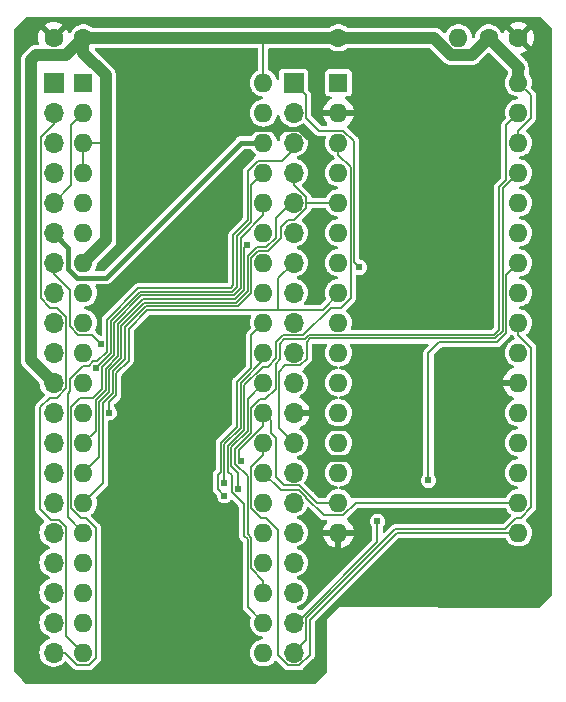
<source format=gtl>
G04 #@! TF.GenerationSoftware,KiCad,Pcbnew,7.0.2-0*
G04 #@! TF.CreationDate,2023-04-20T01:12:48+09:00*
G04 #@! TF.ProjectId,MEZ6809RAMI,4d455a36-3830-4395-9241-4d492e6b6963,A*
G04 #@! TF.SameCoordinates,PX5f5e100PY8f0d180*
G04 #@! TF.FileFunction,Copper,L1,Top*
G04 #@! TF.FilePolarity,Positive*
%FSLAX46Y46*%
G04 Gerber Fmt 4.6, Leading zero omitted, Abs format (unit mm)*
G04 Created by KiCad (PCBNEW 7.0.2-0) date 2023-04-20 01:12:48*
%MOMM*%
%LPD*%
G01*
G04 APERTURE LIST*
G04 #@! TA.AperFunction,ComponentPad*
%ADD10C,1.600000*%
G04 #@! TD*
G04 #@! TA.AperFunction,ComponentPad*
%ADD11R,1.600000X1.600000*%
G04 #@! TD*
G04 #@! TA.AperFunction,ComponentPad*
%ADD12O,1.600000X1.600000*%
G04 #@! TD*
G04 #@! TA.AperFunction,ComponentPad*
%ADD13R,1.700000X1.700000*%
G04 #@! TD*
G04 #@! TA.AperFunction,ComponentPad*
%ADD14O,1.700000X1.700000*%
G04 #@! TD*
G04 #@! TA.AperFunction,ViaPad*
%ADD15C,0.605000*%
G04 #@! TD*
G04 #@! TA.AperFunction,Conductor*
%ADD16C,0.400000*%
G04 #@! TD*
G04 #@! TA.AperFunction,Conductor*
%ADD17C,0.600000*%
G04 #@! TD*
G04 #@! TA.AperFunction,Conductor*
%ADD18C,1.000000*%
G04 #@! TD*
G04 #@! TA.AperFunction,Conductor*
%ADD19C,0.152400*%
G04 #@! TD*
G04 APERTURE END LIST*
D10*
X6332500Y55245000D03*
X3832500Y55245000D03*
D11*
X6347500Y51435000D03*
D12*
X6347500Y48895000D03*
X6347500Y46355000D03*
X6347500Y43815000D03*
X6347500Y41275000D03*
X6347500Y38735000D03*
X6347500Y36195000D03*
X6347500Y33655000D03*
X6347500Y31115000D03*
X6347500Y28575000D03*
X6347500Y26035000D03*
X6347500Y23495000D03*
X6347500Y20955000D03*
X6347500Y18415000D03*
X6347500Y15875000D03*
X6347500Y13335000D03*
X6347500Y10795000D03*
X6347500Y8255000D03*
X6347500Y5715000D03*
X6347500Y3175000D03*
X21587500Y3175000D03*
X21587500Y5715000D03*
X21587500Y8255000D03*
X21587500Y10795000D03*
X21587500Y13335000D03*
X21587500Y15875000D03*
X21587500Y18415000D03*
X21587500Y20955000D03*
X21587500Y23495000D03*
X21587500Y26035000D03*
X21587500Y28575000D03*
X21587500Y31115000D03*
X21587500Y33655000D03*
X21587500Y36195000D03*
X21587500Y38735000D03*
X21587500Y41275000D03*
X21587500Y43815000D03*
X21587500Y46355000D03*
X21587500Y48895000D03*
X21587500Y51435000D03*
D10*
X27940000Y55245000D03*
D12*
X38100000Y55245000D03*
D10*
X40662500Y55245000D03*
X43162500Y55245000D03*
D11*
X27937500Y51440000D03*
D12*
X27937500Y48900000D03*
X27937500Y46360000D03*
X27937500Y43820000D03*
X27937500Y41280000D03*
X27937500Y38740000D03*
X27937500Y36200000D03*
X27937500Y33660000D03*
X27937500Y31120000D03*
X27937500Y28580000D03*
X27937500Y26040000D03*
X27937500Y23500000D03*
X27937500Y20960000D03*
X27937500Y18420000D03*
X27937500Y15880000D03*
X27937500Y13340000D03*
X43177500Y13340000D03*
X43177500Y15880000D03*
X43177500Y18420000D03*
X43177500Y20960000D03*
X43177500Y23500000D03*
X43177500Y26040000D03*
X43177500Y28580000D03*
X43177500Y31120000D03*
X43177500Y33660000D03*
X43177500Y36200000D03*
X43177500Y38740000D03*
X43177500Y41280000D03*
X43177500Y43820000D03*
X43177500Y46360000D03*
X43177500Y48900000D03*
X43177500Y51440000D03*
D13*
X24132500Y51440000D03*
D14*
X24132500Y48900000D03*
X24132500Y46360000D03*
X24132500Y43820000D03*
X24132500Y41280000D03*
X24132500Y38740000D03*
X24132500Y36200000D03*
X24132500Y33660000D03*
X24132500Y31120000D03*
X24132500Y28580000D03*
X24132500Y26040000D03*
X24132500Y23500000D03*
X24132500Y20960000D03*
X24132500Y18420000D03*
X24132500Y15880000D03*
X24132500Y13340000D03*
X24132500Y10800000D03*
X24132500Y8260000D03*
X24132500Y5720000D03*
X24132500Y3180000D03*
D13*
X3812500Y51440000D03*
D14*
X3812500Y48900000D03*
X3812500Y46360000D03*
X3812500Y43820000D03*
X3812500Y41280000D03*
X3812500Y38740000D03*
X3812500Y36200000D03*
X3812500Y33660000D03*
X3812500Y31120000D03*
X3812500Y28580000D03*
X3812500Y26040000D03*
X3812500Y23500000D03*
X3812500Y20960000D03*
X3812500Y18420000D03*
X3812500Y15880000D03*
X3812500Y13340000D03*
X3812500Y10800000D03*
X3812500Y8260000D03*
X3812500Y5720000D03*
X3812500Y3180000D03*
D15*
X29845000Y22225000D03*
X18415000Y28575000D03*
X40640000Y31115000D03*
X9525000Y18415000D03*
X17780000Y41275000D03*
X41275000Y50800000D03*
X26289000Y27305000D03*
X17780000Y8255000D03*
X26035000Y22225000D03*
X10160000Y52070000D03*
X17780000Y52070000D03*
X43180000Y10160000D03*
X18415000Y31115000D03*
X18415000Y26035000D03*
X18415000Y27305000D03*
X17780000Y38735000D03*
X17780000Y35560000D03*
X26670000Y10160000D03*
X26035000Y45085000D03*
X10160000Y40005000D03*
X40640000Y33655000D03*
X1905000Y1905000D03*
X10160000Y8255000D03*
X10160000Y38735000D03*
X45085000Y8255000D03*
X26035000Y1905000D03*
X17780000Y40005000D03*
X40640000Y17145000D03*
X13970000Y35560000D03*
X40005000Y52070000D03*
X8890000Y33655000D03*
X41275000Y52070000D03*
X19685000Y31115000D03*
X26038000Y19688000D03*
X26035000Y38100000D03*
X17767500Y50152500D03*
X31115000Y33655000D03*
X33020000Y10160000D03*
X29845000Y19685000D03*
X17145000Y31115000D03*
X10160000Y41275000D03*
X31115000Y38119400D03*
X40640000Y38100000D03*
X7813400Y29330100D03*
X19710059Y19417559D03*
X18265400Y17548600D03*
X19418700Y17018000D03*
X29718000Y35814000D03*
X35560000Y17780000D03*
X20193000Y37718500D03*
X8516300Y23495000D03*
X7380459Y27305000D03*
X18288000Y16487400D03*
X31242000Y14305300D03*
D16*
X29845000Y22225000D02*
X26035000Y22225000D01*
X24630551Y47562400D02*
X26035000Y46157951D01*
X26035000Y46157951D02*
X26035000Y45085000D01*
X20357600Y47562400D02*
X24630551Y47562400D01*
D17*
X29842000Y19688000D02*
X29845000Y19685000D01*
X26038000Y19688000D02*
X29842000Y19688000D01*
D16*
X17767500Y50152500D02*
X20357600Y47562400D01*
D18*
X6332000Y55245000D02*
X6332000Y53995000D01*
X36045996Y55245000D02*
X37498396Y53792600D01*
X3812000Y26040000D02*
X1912000Y27940000D01*
X37498396Y53792600D02*
X39209600Y53792600D01*
D19*
X6347500Y43815000D02*
X6347500Y46355000D01*
X43177500Y46360000D02*
X43177500Y47388900D01*
X44216800Y50401200D02*
X43178000Y51440000D01*
X40662500Y55245000D02*
X40662000Y55245000D01*
D18*
X4880000Y53792600D02*
X6332000Y55245000D01*
X39209600Y53792600D02*
X40662000Y55245000D01*
X1908000Y53340000D02*
X2360000Y53792600D01*
X40662000Y55245000D02*
X40662300Y55244800D01*
X43182000Y52705000D02*
X43178000Y52700000D01*
X8258000Y38105000D02*
X6348000Y36195000D01*
X6332000Y55245000D02*
X6332500Y55245000D01*
X40662300Y55244800D02*
X43182000Y52725000D01*
D19*
X8134000Y48895000D02*
X8258000Y49019000D01*
D18*
X8258000Y52070000D02*
X8258000Y49019000D01*
X8258000Y46344900D02*
X8258000Y44238000D01*
D19*
X3812500Y26040000D02*
X3812000Y26040000D01*
X43177500Y51440000D02*
X43178000Y51440000D01*
X6347500Y36195000D02*
X6348000Y36195000D01*
X8247900Y46355000D02*
X8258000Y46344900D01*
X43177500Y51440000D02*
X43178000Y51440000D01*
X21587500Y55242500D02*
X21590000Y55245000D01*
D18*
X8258000Y44238000D02*
X8258000Y38105000D01*
X6332000Y53995000D02*
X8258000Y52070000D01*
D19*
X6347500Y36195000D02*
X6348000Y36195000D01*
X3812500Y26040000D02*
X3812000Y26040000D01*
D18*
X27940000Y55245000D02*
X36045996Y55245000D01*
D19*
X44216800Y48428200D02*
X44216800Y50401200D01*
X6347500Y46355000D02*
X8247900Y46355000D01*
D18*
X2360000Y53792600D02*
X4880000Y53792600D01*
D19*
X40662500Y55245000D02*
X40662300Y55244800D01*
D18*
X8258000Y48451800D02*
X8258000Y46344900D01*
X8258000Y49019000D02*
X8258000Y48451800D01*
X43178000Y52700000D02*
X43178000Y51440000D01*
D19*
X21587500Y51435000D02*
X21587500Y55242500D01*
D18*
X43182000Y52725000D02*
X43182000Y52705000D01*
X1912000Y27940000D02*
X1908000Y27940000D01*
D19*
X43177500Y47388900D02*
X44216800Y48428200D01*
D18*
X1908000Y27940000D02*
X1908000Y53340000D01*
X6332500Y55245000D02*
X27940000Y55245000D01*
D19*
X3812500Y48900000D02*
X3812500Y47956000D01*
X4136500Y32390000D02*
X4891500Y31635000D01*
X4891500Y25593000D02*
X4068500Y24770000D01*
X4891100Y13786771D02*
X4891100Y4631400D01*
X2732500Y46876000D02*
X2732500Y33206700D01*
X2732500Y33206700D02*
X3549200Y32390000D01*
X4259271Y14418600D02*
X4891100Y13786771D01*
X3812500Y47956000D02*
X2732500Y46876000D01*
X2693500Y15340500D02*
X3615400Y14418600D01*
X3549200Y32390000D02*
X4136500Y32390000D01*
X3615400Y14418600D02*
X4259271Y14418600D01*
X4068500Y24770000D02*
X3484400Y24770000D01*
X4891100Y4631400D02*
X6347500Y3175000D01*
X2693500Y23979100D02*
X2693500Y15340500D01*
X4891500Y31635000D02*
X4891500Y25593000D01*
X3484400Y24770000D02*
X2693500Y23979100D01*
X23260348Y30041400D02*
X22674700Y29455752D01*
X18569359Y20684676D02*
X18569359Y18514641D01*
X21940300Y27411100D02*
X21508939Y27411100D01*
X27937500Y45331100D02*
X28982800Y44285800D01*
X22674700Y28145500D02*
X21940300Y27411100D01*
X28982800Y44285800D02*
X28982800Y33204300D01*
X19935200Y15750411D02*
X19935200Y13101587D01*
X20254100Y11347313D02*
X20254100Y7048400D01*
X19935200Y13101587D02*
X20269200Y12767587D01*
X24961400Y30041400D02*
X23260348Y30041400D01*
X28168500Y32390000D02*
X27310000Y32390000D01*
X18887600Y18196400D02*
X18887600Y16798011D01*
X27937500Y46360000D02*
X27937500Y45331100D01*
X20254100Y7048400D02*
X21587500Y5715000D01*
X21508939Y27411100D02*
X19949300Y25851461D01*
X19949300Y25851461D02*
X19949300Y22064617D01*
X18569359Y18514641D02*
X18887600Y18196400D01*
X27310000Y32390000D02*
X24961400Y30041400D01*
X19949300Y22064617D02*
X18569359Y20684676D01*
X22674700Y29455752D02*
X22674700Y28145500D01*
X28982800Y33204300D02*
X28168500Y32390000D01*
X20269200Y11362413D02*
X20254100Y11347313D01*
X20269200Y12767587D02*
X20269200Y11362413D01*
X18887600Y16798011D02*
X19935200Y15750411D01*
X41539300Y30540352D02*
X41539300Y42612852D01*
X21587500Y9283900D02*
X20558900Y10312500D01*
X22616100Y27655848D02*
X22979500Y28019248D01*
X23368000Y29718000D02*
X25069052Y29718000D01*
X25442452Y30091400D02*
X41090348Y30091400D01*
X20574000Y11236161D02*
X20574000Y12893839D01*
X21741000Y24659800D02*
X22616100Y25534900D01*
X21587500Y8255000D02*
X21587500Y9283900D01*
X21297639Y24659800D02*
X21741000Y24659800D01*
X20558900Y11221061D02*
X20574000Y11236161D01*
X20574000Y12893839D02*
X20240000Y13227839D01*
X42148900Y43222452D02*
X42148900Y47871400D01*
X20240000Y18136529D02*
X19178959Y19197570D01*
X41539300Y42612852D02*
X42148900Y43222452D01*
X22616100Y25534900D02*
X22616100Y27655848D01*
X19178959Y20432172D02*
X20558900Y21812113D01*
X25069052Y29718000D02*
X25442452Y30091400D01*
X42148900Y47871400D02*
X43177500Y48900000D01*
X20240000Y13227839D02*
X20240000Y18136529D01*
X41090348Y30091400D02*
X41539300Y30540352D01*
X22979500Y28019248D02*
X22979500Y29329500D01*
X22979500Y29329500D02*
X23368000Y29718000D01*
X20558900Y23921061D02*
X21297639Y24659800D01*
X20558900Y21812113D02*
X20558900Y23921061D01*
X20558900Y10312500D02*
X20558900Y11221061D01*
X19178959Y19197570D02*
X19178959Y20432172D01*
X25211100Y16326771D02*
X24579271Y16958600D01*
X28363561Y14851400D02*
X26677600Y14851400D01*
X25211100Y16317900D02*
X25211100Y16326771D01*
X7057100Y30086400D02*
X7813400Y29330100D01*
X26677600Y14851400D02*
X25211100Y16317900D01*
X21590000Y18415000D02*
X21587500Y18415000D01*
X24579271Y16958600D02*
X23046400Y16958600D01*
X3812500Y36200000D02*
X3812500Y35256100D01*
X5207000Y33861600D02*
X5207000Y30800839D01*
X23046400Y16958600D02*
X21590000Y18415000D01*
X5921439Y30086400D02*
X7057100Y30086400D01*
X5207000Y30800839D02*
X5921439Y30086400D01*
X43177500Y15880000D02*
X29392161Y15880000D01*
X3812500Y35256100D02*
X5207000Y33861600D01*
X29392161Y15880000D02*
X28363561Y14851400D01*
X20544800Y15454000D02*
X21393800Y14605000D01*
X21587500Y19926100D02*
X20544800Y18883400D01*
X25515900Y2994900D02*
X25515900Y5984796D01*
X22835000Y2952129D02*
X23685729Y2101400D01*
X25515900Y5984796D02*
X32871104Y13340000D01*
X21587500Y20955000D02*
X21587500Y19926100D01*
X24622400Y2101400D02*
X25515900Y2994900D01*
X21773500Y14605000D02*
X22835000Y13543500D01*
X22835000Y13543500D02*
X22835000Y2952129D01*
X32871104Y13340000D02*
X43177500Y13340000D01*
X21393800Y14605000D02*
X21773500Y14605000D01*
X23685729Y2101400D02*
X24622400Y2101400D01*
X20544800Y18883400D02*
X20544800Y15454000D01*
X25515900Y16444152D02*
X25515900Y16453023D01*
X23298600Y17341400D02*
X22616100Y18023900D01*
X19483759Y20305920D02*
X21587500Y22409661D01*
X24627523Y17341400D02*
X23298600Y17341400D01*
X22225000Y21772161D02*
X22225000Y22857500D01*
X19483759Y19643859D02*
X19483759Y20305920D01*
X22616100Y18023900D02*
X22616100Y21381061D01*
X26080052Y15880000D02*
X25515900Y16444152D01*
X27937500Y15880000D02*
X26080052Y15880000D01*
X22225000Y22857500D02*
X21587500Y23495000D01*
X21587500Y22409661D02*
X21587500Y23495000D01*
X25515900Y16453023D02*
X24627523Y17341400D01*
X19710059Y19417559D02*
X19483759Y19643859D01*
X22616100Y21381061D02*
X22225000Y21772161D01*
X18265400Y17548600D02*
X18264559Y17549441D01*
X19644500Y25977713D02*
X21587500Y27920713D01*
X18264559Y20810928D02*
X19644500Y22190869D01*
X19644500Y22190869D02*
X19644500Y25977713D01*
X18264559Y17549441D02*
X18264559Y20810928D01*
X21587500Y27920713D02*
X21587500Y28575000D01*
X20254100Y24699100D02*
X21587500Y26032500D01*
X18874159Y20558424D02*
X20254100Y21938365D01*
X21587500Y26032500D02*
X21587500Y26035000D01*
X19418700Y17018000D02*
X19418700Y18427300D01*
X20254100Y21938365D02*
X20254100Y24699100D01*
X19418700Y18427300D02*
X18874159Y18971841D01*
X18874159Y18971841D02*
X18874159Y20558424D01*
X3812500Y41280000D02*
X5318900Y42786400D01*
X5318900Y47866400D02*
X6347500Y48895000D01*
X5318900Y42786400D02*
X5318900Y47866400D01*
D16*
X5080000Y35687000D02*
X5842000Y34925000D01*
X8255000Y34925000D02*
X19685000Y46355000D01*
X3812500Y38740000D02*
X5080000Y37472500D01*
X5842000Y34925000D02*
X8255000Y34925000D01*
X19685000Y46355000D02*
X21587500Y46355000D01*
X5080000Y37472500D02*
X5080000Y35687000D01*
D19*
X25211100Y50361400D02*
X24132500Y51440000D01*
X29718000Y35814000D02*
X29287600Y36244400D01*
X29287600Y36244400D02*
X29287600Y46464561D01*
X28363561Y47388600D02*
X26271400Y47388600D01*
X29287600Y46464561D02*
X28363561Y47388600D01*
X26271400Y47388600D02*
X25211100Y48448900D01*
X25211100Y48448900D02*
X25211100Y50361400D01*
X35560000Y17780000D02*
X35560000Y28575000D01*
X41342852Y29481800D02*
X42148900Y30287848D01*
X35560000Y28575000D02*
X36466800Y29481800D01*
X36466800Y29481800D02*
X41342852Y29481800D01*
X42148900Y30287848D02*
X42148900Y35171400D01*
X42148900Y35171400D02*
X43177500Y36200000D01*
X6274600Y27457500D02*
X5196700Y26379600D01*
X7160470Y27836100D02*
X6781870Y27457500D01*
X23126600Y44843600D02*
X21161439Y44843600D01*
X8344500Y28664500D02*
X7516100Y27836100D01*
X20254100Y39785204D02*
X19034900Y38566004D01*
X6781870Y27457500D02*
X6274600Y27457500D01*
X5002100Y14680400D02*
X6347500Y13335000D01*
X24132500Y45849500D02*
X23126600Y44843600D01*
X21161439Y44843600D02*
X20254100Y43936261D01*
X7516100Y27836100D02*
X7160470Y27836100D01*
X5196700Y26379600D02*
X5196700Y25311400D01*
X19034900Y34271160D02*
X18799740Y34036000D01*
X24132500Y46360000D02*
X24132500Y45849500D01*
X5196700Y25311400D02*
X5002100Y25116800D01*
X18799740Y34036000D02*
X11002688Y34036000D01*
X5002100Y25116800D02*
X5002100Y14680400D01*
X11002688Y34036000D02*
X8344500Y31377812D01*
X8344500Y31377812D02*
X8344500Y28664500D01*
X20254100Y43936261D02*
X20254100Y39785204D01*
X19034900Y38566004D02*
X19034900Y34271160D01*
X8825959Y25131326D02*
X7985700Y24291067D01*
X11633948Y32512000D02*
X9868500Y30746552D01*
X24132500Y42805371D02*
X24132500Y43820000D01*
X7985700Y24291067D02*
X7985700Y17513200D01*
X20558900Y33639900D02*
X19431000Y32512000D01*
X23053900Y39186771D02*
X23053900Y38309248D01*
X7985700Y17513200D02*
X6347500Y15875000D01*
X19431000Y32512000D02*
X11633948Y32512000D01*
X27937500Y41280000D02*
X25211100Y41280000D01*
X25211100Y41280000D02*
X25211100Y40833229D01*
X25211100Y41726771D02*
X24132500Y42805371D01*
X25211100Y40833229D02*
X24196471Y39818600D01*
X9868500Y28033240D02*
X8825959Y26990699D01*
X21968252Y37223600D02*
X21161439Y37223600D01*
X23685729Y39818600D02*
X23053900Y39186771D01*
X23053900Y38309248D02*
X21968252Y37223600D01*
X8825959Y26990699D02*
X8825959Y25131326D01*
X20558900Y36621061D02*
X20558900Y33639900D01*
X9868500Y30746552D02*
X9868500Y28033240D01*
X25211100Y41280000D02*
X25211100Y41726771D01*
X21161439Y37223600D02*
X20558900Y36621061D01*
X24196471Y39818600D02*
X23685729Y39818600D01*
X21035187Y37528400D02*
X20254100Y36747313D01*
X8521159Y25257578D02*
X7680900Y24417319D01*
X7680900Y24417319D02*
X7680900Y19748400D01*
X19304748Y32816800D02*
X11507696Y32816800D01*
X24132500Y41280000D02*
X23881000Y41280000D01*
X22616100Y40015100D02*
X22616100Y38302500D01*
X9563700Y28159492D02*
X8521159Y27116951D01*
X23881000Y41280000D02*
X22616100Y40015100D01*
X20254100Y33766152D02*
X19304748Y32816800D01*
X7680900Y19748400D02*
X6347500Y18415000D01*
X9563700Y30872804D02*
X9563700Y28159492D01*
X11507696Y32816800D02*
X9563700Y30872804D01*
X8521159Y27116951D02*
X8521159Y25257578D01*
X20254100Y36747313D02*
X20254100Y33766152D01*
X21842000Y37528400D02*
X21035187Y37528400D01*
X22616100Y38302500D02*
X21842000Y37528400D01*
X6350000Y20955000D02*
X6347500Y20955000D01*
X11381444Y33121600D02*
X9258900Y30999056D01*
X9258900Y30999056D02*
X9258900Y28285744D01*
X7376100Y21981100D02*
X6350000Y20955000D01*
X19949300Y33892404D02*
X19178496Y33121600D01*
X8216359Y27243203D02*
X8216359Y25383830D01*
X19178496Y33121600D02*
X11381444Y33121600D01*
X20193000Y37718500D02*
X19949300Y37474800D01*
X7376100Y24543571D02*
X7376100Y21981100D01*
X9258900Y28285744D02*
X8216359Y27243203D01*
X19949300Y37474800D02*
X19949300Y33892404D01*
X8216359Y25383830D02*
X7376100Y24543571D01*
X9130759Y26864447D02*
X10173300Y27906988D01*
X8516300Y23495000D02*
X8516300Y24390615D01*
X22860000Y32207200D02*
X22860000Y34927500D01*
X10173300Y27906988D02*
X10173300Y30620300D01*
X22860000Y34927500D02*
X24132500Y36200000D01*
X11760200Y32207200D02*
X22860000Y32207200D01*
X9130759Y25005074D02*
X9130759Y26864447D01*
X10173300Y30620300D02*
X11760200Y32207200D01*
X27937500Y33660000D02*
X27937500Y33525500D01*
X27937500Y33525500D02*
X26619200Y32207200D01*
X8516300Y24390615D02*
X9130759Y25005074D01*
X26619200Y32207200D02*
X22860000Y32207200D01*
X8649300Y28538248D02*
X8649300Y31251560D01*
X11128940Y33731200D02*
X18925992Y33731200D01*
X19339700Y34144908D02*
X19339700Y38439752D01*
X19339700Y38439752D02*
X20558900Y39658952D01*
X20558900Y39658952D02*
X20558900Y42786400D01*
X8649300Y31251560D02*
X11128940Y33731200D01*
X18925992Y33731200D02*
X19339700Y34144908D01*
X20558900Y42786400D02*
X21587500Y43815000D01*
X7380459Y27305000D02*
X7416052Y27305000D01*
X7416052Y27305000D02*
X8649300Y28538248D01*
X19339700Y26103965D02*
X20558900Y27323165D01*
X17734300Y18242300D02*
X17959759Y18467759D01*
X17734300Y17041100D02*
X17734300Y18242300D01*
X20558900Y27323165D02*
X20558900Y30086400D01*
X18288000Y16487400D02*
X17734300Y17041100D01*
X20558900Y30086400D02*
X21587500Y31115000D01*
X17959759Y18467759D02*
X17959759Y20937180D01*
X19339700Y22317121D02*
X19339700Y26103965D01*
X17959759Y20937180D02*
X19339700Y22317121D01*
X43177500Y43820000D02*
X41844100Y42486600D01*
X41844100Y30414100D02*
X41216600Y29786600D01*
X41844100Y42486600D02*
X41844100Y30414100D01*
X23437400Y27501400D02*
X22920900Y26984900D01*
X22920900Y22171600D02*
X24132500Y20960000D01*
X25273000Y29490896D02*
X25273000Y28067000D01*
X41216600Y29786600D02*
X25568704Y29786600D01*
X25568704Y29786600D02*
X25273000Y29490896D01*
X22920900Y26984900D02*
X22920900Y22171600D01*
X25273000Y28067000D02*
X24707400Y27501400D01*
X24707400Y27501400D02*
X23437400Y27501400D01*
X42987839Y14605000D02*
X42027639Y13644800D01*
X25211100Y6111048D02*
X25211100Y4256100D01*
X43177500Y31120000D02*
X43177500Y30091100D01*
X44249800Y29018800D02*
X44249800Y15497639D01*
X44249800Y15497639D02*
X43357161Y14605000D01*
X42027639Y13644800D02*
X32744852Y13644800D01*
X43177500Y30091100D02*
X44249800Y29018800D01*
X32744852Y13644800D02*
X25211100Y6111048D01*
X43357161Y14605000D02*
X42987839Y14605000D01*
X25211100Y4256100D02*
X24135000Y3180000D01*
X24135000Y3180000D02*
X24132500Y3180000D01*
X19644500Y34018656D02*
X19052244Y33426400D01*
X7911559Y27369455D02*
X7911559Y25510082D01*
X6106300Y14605100D02*
X6557400Y14605100D01*
X5310100Y15401300D02*
X6106300Y14605100D01*
X5810700Y2133700D02*
X4764400Y3180000D01*
X5310100Y23977900D02*
X5310100Y15401300D01*
X8954100Y31125308D02*
X8954100Y28411996D01*
X6097200Y24765000D02*
X5310100Y23977900D01*
X19052244Y33426400D02*
X11255192Y33426400D01*
X7911559Y25510082D02*
X7166477Y24765000D01*
X8954100Y28411996D02*
X7911559Y27369455D01*
X7419000Y13743500D02*
X7419000Y2751900D01*
X6557400Y14605100D02*
X7419000Y13743500D01*
X7419000Y2751900D02*
X6800800Y2133700D01*
X7166477Y24765000D02*
X6097200Y24765000D01*
X21587500Y41275000D02*
X21587500Y40256500D01*
X11255192Y33426400D02*
X8954100Y31125308D01*
X6800800Y2133700D02*
X5810700Y2133700D01*
X4764400Y3180000D02*
X3812500Y3180000D01*
X21587500Y40256500D02*
X19644500Y38313500D01*
X19644500Y38313500D02*
X19644500Y34018656D01*
X31242000Y12573000D02*
X24389000Y5720000D01*
X24389000Y5720000D02*
X24132500Y5720000D01*
X31242000Y14305300D02*
X31242000Y12573000D01*
G04 #@! TA.AperFunction,Conductor*
G36*
X25437684Y15484974D02*
G01*
X25455136Y15470419D01*
X26353921Y14571634D01*
X26363337Y14561099D01*
X26384092Y14535073D01*
X26428705Y14504656D01*
X26432509Y14501958D01*
X26475964Y14469886D01*
X26475966Y14469886D01*
X26481266Y14465974D01*
X26484070Y14464558D01*
X26490367Y14462616D01*
X26490370Y14462614D01*
X26541990Y14446692D01*
X26546391Y14445243D01*
X26588081Y14430655D01*
X26603596Y14425226D01*
X26606692Y14424700D01*
X26613285Y14424700D01*
X26667265Y14424700D01*
X26671976Y14424612D01*
X26725915Y14422594D01*
X26725915Y14422595D01*
X26732495Y14422348D01*
X26750363Y14424700D01*
X26868218Y14424700D01*
X26936339Y14404698D01*
X26982832Y14351042D01*
X26992936Y14280768D01*
X26963442Y14216188D01*
X26957313Y14209605D01*
X26931689Y14183982D01*
X26800412Y13996499D01*
X26703686Y13789071D01*
X26651417Y13594000D01*
X27625814Y13594000D01*
X27609859Y13578045D01*
X27552335Y13465148D01*
X27532514Y13340000D01*
X27552335Y13214852D01*
X27609859Y13101955D01*
X27625814Y13086000D01*
X26651418Y13086000D01*
X26703686Y12890930D01*
X26800412Y12683502D01*
X26931689Y12496019D01*
X27093518Y12334190D01*
X27281001Y12202913D01*
X27488429Y12106187D01*
X27683500Y12053918D01*
X27683500Y13028314D01*
X27699455Y13012359D01*
X27812352Y12954835D01*
X27906019Y12940000D01*
X27968981Y12940000D01*
X28062648Y12954835D01*
X28175545Y13012359D01*
X28191500Y13028314D01*
X28191500Y12053919D01*
X28386570Y12106187D01*
X28593998Y12202913D01*
X28781481Y12334190D01*
X28943310Y12496019D01*
X29074587Y12683502D01*
X29171313Y12890930D01*
X29223582Y13086000D01*
X28249186Y13086000D01*
X28265141Y13101955D01*
X28322665Y13214852D01*
X28342486Y13340000D01*
X28322665Y13465148D01*
X28265141Y13578045D01*
X28249186Y13594000D01*
X29223582Y13594000D01*
X29171313Y13789071D01*
X29074587Y13996499D01*
X28943310Y14183982D01*
X28781481Y14345811D01*
X28718071Y14390211D01*
X28673743Y14445668D01*
X28666434Y14516287D01*
X28691493Y14565859D01*
X28691436Y14565892D01*
X28692039Y14566938D01*
X28698465Y14579648D01*
X28704643Y14585791D01*
X28705767Y14586835D01*
X28716735Y14601131D01*
X29532001Y15416396D01*
X29594314Y15450421D01*
X29621097Y15453300D01*
X42026715Y15453300D01*
X42094836Y15433298D01*
X42139504Y15383465D01*
X42168932Y15324367D01*
X42195135Y15271743D01*
X42239265Y15213307D01*
X42323628Y15101593D01*
X42481198Y14957948D01*
X42504144Y14943740D01*
X42551532Y14890874D01*
X42562815Y14820779D01*
X42534411Y14755712D01*
X42526910Y14747518D01*
X41887799Y14108405D01*
X41825486Y14074380D01*
X41798703Y14071500D01*
X32775893Y14071500D01*
X32761786Y14072292D01*
X32728713Y14076019D01*
X32675660Y14065982D01*
X32671023Y14065194D01*
X32611169Y14056171D01*
X32608132Y14055172D01*
X32554604Y14026882D01*
X32550401Y14024761D01*
X32495843Y13998487D01*
X32493260Y13996654D01*
X32450436Y13953831D01*
X32447046Y13950565D01*
X32402650Y13909371D01*
X32391680Y13895075D01*
X31883796Y13387190D01*
X31821483Y13353165D01*
X31750668Y13358229D01*
X31693832Y13400776D01*
X31669021Y13467296D01*
X31668700Y13476285D01*
X31668700Y13594000D01*
X31668699Y13754222D01*
X31688701Y13822338D01*
X31711139Y13848524D01*
X31734367Y13869101D01*
X31824449Y13999607D01*
X31824502Y13999745D01*
X31853428Y14076018D01*
X31880682Y14147879D01*
X31899796Y14305300D01*
X31880682Y14462721D01*
X31851184Y14540500D01*
X31824450Y14610992D01*
X31807220Y14635954D01*
X31734367Y14741499D01*
X31615671Y14846655D01*
X31541975Y14885334D01*
X31475259Y14920350D01*
X31423935Y14933000D01*
X31321289Y14958300D01*
X31162711Y14958300D01*
X31103643Y14943741D01*
X31008740Y14920350D01*
X30868329Y14846655D01*
X30842745Y14823989D01*
X30749633Y14741499D01*
X30739965Y14727492D01*
X30659549Y14610992D01*
X30603317Y14462720D01*
X30584203Y14305300D01*
X30603317Y14147881D01*
X30659549Y13999609D01*
X30691148Y13953831D01*
X30749633Y13869101D01*
X30772853Y13848529D01*
X30810578Y13788386D01*
X30815299Y13754218D01*
X30815299Y12801935D01*
X30795297Y12733814D01*
X30778394Y12712840D01*
X24860842Y6795289D01*
X24798530Y6761263D01*
X24727715Y6766328D01*
X24705416Y6777257D01*
X24669902Y6799247D01*
X24591187Y6829741D01*
X24480788Y6872510D01*
X24424496Y6915768D01*
X24400525Y6982595D01*
X24416489Y7051774D01*
X24467319Y7101339D01*
X24480779Y7107487D01*
X24669901Y7180753D01*
X24669902Y7180755D01*
X24669905Y7180755D01*
X24827875Y7278566D01*
X24859062Y7297876D01*
X25023481Y7447764D01*
X25157558Y7625311D01*
X25256729Y7824472D01*
X25317615Y8038464D01*
X25338143Y8260000D01*
X25317615Y8481536D01*
X25256729Y8695528D01*
X25157558Y8894689D01*
X25023481Y9072236D01*
X24859062Y9222124D01*
X24859059Y9222126D01*
X24859058Y9222127D01*
X24669905Y9339246D01*
X24591066Y9369788D01*
X24480788Y9412510D01*
X24424496Y9455768D01*
X24400525Y9522595D01*
X24416489Y9591774D01*
X24467319Y9641339D01*
X24480779Y9647487D01*
X24669901Y9720753D01*
X24669902Y9720755D01*
X24669905Y9720755D01*
X24823062Y9815586D01*
X24859062Y9837876D01*
X25023481Y9987764D01*
X25157558Y10165311D01*
X25256729Y10364472D01*
X25317615Y10578464D01*
X25338143Y10800000D01*
X25317615Y11021536D01*
X25256729Y11235528D01*
X25157558Y11434689D01*
X25023481Y11612236D01*
X24859062Y11762124D01*
X24859059Y11762126D01*
X24859058Y11762127D01*
X24669905Y11879246D01*
X24591066Y11909788D01*
X24480788Y11952510D01*
X24424496Y11995768D01*
X24400525Y12062595D01*
X24416489Y12131774D01*
X24467319Y12181339D01*
X24480779Y12187487D01*
X24669901Y12260753D01*
X24669902Y12260755D01*
X24669905Y12260755D01*
X24823062Y12355586D01*
X24859062Y12377876D01*
X25023481Y12527764D01*
X25157558Y12705311D01*
X25256729Y12904472D01*
X25317615Y13118464D01*
X25338143Y13340000D01*
X25317615Y13561536D01*
X25256729Y13775528D01*
X25157558Y13974689D01*
X25023481Y14152236D01*
X24859062Y14302124D01*
X24859059Y14302126D01*
X24859058Y14302127D01*
X24669905Y14419246D01*
X24557958Y14462614D01*
X24480788Y14492510D01*
X24424496Y14535768D01*
X24400525Y14602595D01*
X24416489Y14671774D01*
X24467319Y14721339D01*
X24480779Y14727487D01*
X24669901Y14800753D01*
X24669902Y14800755D01*
X24669905Y14800755D01*
X24773160Y14864688D01*
X24859062Y14917876D01*
X25023481Y15067764D01*
X25157558Y15245311D01*
X25253251Y15437490D01*
X25301520Y15489551D01*
X25370274Y15507253D01*
X25437684Y15484974D01*
G37*
G04 #@! TD.AperFunction*
G04 #@! TA.AperFunction,Conductor*
G36*
X42651063Y30088561D02*
G01*
X42651591Y30089921D01*
X42662478Y30085704D01*
X42662481Y30085702D01*
X42683841Y30077428D01*
X42740136Y30034171D01*
X42762919Y29978717D01*
X42766130Y29957413D01*
X42767127Y29954382D01*
X42795417Y29900853D01*
X42797538Y29896651D01*
X42829201Y29830904D01*
X42826192Y29829455D01*
X42843948Y29793833D01*
X42836239Y29723256D01*
X42791597Y29668051D01*
X42765429Y29654181D01*
X42662481Y29614299D01*
X42481198Y29502053D01*
X42360736Y29392236D01*
X42328613Y29362951D01*
X42323627Y29358406D01*
X42195135Y29188258D01*
X42100094Y28997388D01*
X42041744Y28792313D01*
X42022071Y28580001D01*
X42041744Y28367688D01*
X42100094Y28162613D01*
X42195135Y27971743D01*
X42225650Y27931335D01*
X42323628Y27801593D01*
X42481198Y27657948D01*
X42662481Y27545702D01*
X42744603Y27513888D01*
X42800898Y27470630D01*
X42824869Y27403803D01*
X42808906Y27334624D01*
X42758076Y27285058D01*
X42731706Y27274692D01*
X42728432Y27273815D01*
X42521001Y27177088D01*
X42333518Y27045811D01*
X42171689Y26883982D01*
X42040412Y26696499D01*
X41943686Y26489071D01*
X41891417Y26294000D01*
X42865814Y26294000D01*
X42849859Y26278045D01*
X42792335Y26165148D01*
X42772514Y26040000D01*
X42792335Y25914852D01*
X42849859Y25801955D01*
X42865814Y25786000D01*
X41891418Y25786000D01*
X41943686Y25590930D01*
X42040412Y25383502D01*
X42171689Y25196019D01*
X42333518Y25034190D01*
X42521001Y24902913D01*
X42728428Y24806187D01*
X42731698Y24805311D01*
X42736226Y24802552D01*
X42738420Y24801528D01*
X42738305Y24801284D01*
X42792321Y24768360D01*
X42823342Y24704499D01*
X42814914Y24634004D01*
X42769711Y24579257D01*
X42744603Y24566112D01*
X42662479Y24534298D01*
X42481198Y24422053D01*
X42323627Y24278406D01*
X42195135Y24108258D01*
X42100094Y23917388D01*
X42041744Y23712313D01*
X42022071Y23500000D01*
X42041744Y23287688D01*
X42100094Y23082613D01*
X42195135Y22891743D01*
X42204040Y22879951D01*
X42323628Y22721593D01*
X42481198Y22577948D01*
X42662478Y22465703D01*
X42676825Y22460145D01*
X42861302Y22388679D01*
X43047597Y22353855D01*
X43110880Y22321677D01*
X43146722Y22260392D01*
X43143741Y22189458D01*
X43102884Y22131396D01*
X43047595Y22106147D01*
X42861306Y22071323D01*
X42662478Y21994298D01*
X42481198Y21882053D01*
X42323627Y21738406D01*
X42195135Y21568258D01*
X42100094Y21377388D01*
X42041744Y21172313D01*
X42022071Y20960000D01*
X42041744Y20747688D01*
X42100094Y20542613D01*
X42195135Y20351743D01*
X42198911Y20346743D01*
X42323628Y20181593D01*
X42471327Y20046947D01*
X42481198Y20037948D01*
X42662478Y19925703D01*
X42676825Y19920145D01*
X42861302Y19848679D01*
X43047596Y19813855D01*
X43110880Y19781676D01*
X43146722Y19720391D01*
X43143741Y19649457D01*
X43102883Y19591395D01*
X43047596Y19566146D01*
X42929364Y19544044D01*
X42861301Y19531321D01*
X42662478Y19454298D01*
X42481198Y19342053D01*
X42323627Y19198406D01*
X42195135Y19028258D01*
X42100094Y18837388D01*
X42041744Y18632313D01*
X42022071Y18420001D01*
X42041744Y18207688D01*
X42100094Y18002613D01*
X42195135Y17811743D01*
X42215094Y17785314D01*
X42323628Y17641593D01*
X42470665Y17507550D01*
X42481198Y17497948D01*
X42662478Y17385703D01*
X42688041Y17375800D01*
X42861302Y17308679D01*
X43047596Y17273855D01*
X43110880Y17241676D01*
X43146722Y17180391D01*
X43143741Y17109457D01*
X43102883Y17051395D01*
X43047596Y17026146D01*
X42922066Y17002680D01*
X42861301Y16991321D01*
X42662478Y16914298D01*
X42481198Y16802053D01*
X42323627Y16658406D01*
X42195135Y16488258D01*
X42188910Y16475756D01*
X42139504Y16376536D01*
X42091237Y16324474D01*
X42026715Y16306700D01*
X29423202Y16306700D01*
X29409095Y16307492D01*
X29376022Y16311219D01*
X29322969Y16301182D01*
X29318332Y16300394D01*
X29258478Y16291371D01*
X29255441Y16290372D01*
X29201913Y16262082D01*
X29197711Y16259961D01*
X29177331Y16250146D01*
X29107278Y16238609D01*
X29042108Y16266778D01*
X29009868Y16307504D01*
X29008019Y16311218D01*
X28919866Y16488255D01*
X28914497Y16495364D01*
X28858275Y16569814D01*
X28791372Y16658407D01*
X28633802Y16802052D01*
X28633801Y16802053D01*
X28452521Y16914298D01*
X28253698Y16991321D01*
X28244898Y16992966D01*
X28067402Y17026146D01*
X28004119Y17058324D01*
X27968277Y17119609D01*
X27971258Y17190543D01*
X28012116Y17248605D01*
X28067401Y17273855D01*
X28253698Y17308679D01*
X28452519Y17385702D01*
X28633802Y17497948D01*
X28791372Y17641593D01*
X28919866Y17811745D01*
X29014905Y18002611D01*
X29073256Y18207690D01*
X29092929Y18420000D01*
X29073256Y18632310D01*
X29014905Y18837389D01*
X28919866Y19028255D01*
X28791372Y19198407D01*
X28633802Y19342052D01*
X28633801Y19342053D01*
X28452521Y19454298D01*
X28253698Y19531321D01*
X28244898Y19532966D01*
X28067402Y19566146D01*
X28004119Y19598324D01*
X27968277Y19659609D01*
X27971258Y19730543D01*
X28012116Y19788605D01*
X28067401Y19813855D01*
X28253698Y19848679D01*
X28452519Y19925702D01*
X28633802Y20037948D01*
X28791372Y20181593D01*
X28919866Y20351745D01*
X29014905Y20542611D01*
X29073256Y20747690D01*
X29092929Y20960000D01*
X29073256Y21172310D01*
X29014905Y21377389D01*
X28919866Y21568255D01*
X28791372Y21738407D01*
X28633802Y21882052D01*
X28633801Y21882053D01*
X28452521Y21994298D01*
X28253693Y22071323D01*
X28067404Y22106147D01*
X28004118Y22138326D01*
X27968277Y22199611D01*
X27971258Y22270545D01*
X28012116Y22328606D01*
X28067399Y22353854D01*
X28253698Y22388679D01*
X28452519Y22465702D01*
X28633802Y22577948D01*
X28791372Y22721593D01*
X28919866Y22891745D01*
X29014905Y23082611D01*
X29073256Y23287690D01*
X29092929Y23500000D01*
X29073256Y23712310D01*
X29014905Y23917389D01*
X28919866Y24108255D01*
X28791372Y24278407D01*
X28633802Y24422052D01*
X28633801Y24422053D01*
X28452521Y24534298D01*
X28253698Y24611321D01*
X28253697Y24611321D01*
X28067402Y24646146D01*
X28004119Y24678324D01*
X27968277Y24739609D01*
X27971258Y24810543D01*
X28012116Y24868605D01*
X28067401Y24893855D01*
X28253698Y24928679D01*
X28452519Y25005702D01*
X28472207Y25017892D01*
X28569022Y25077838D01*
X28633802Y25117948D01*
X28791372Y25261593D01*
X28919866Y25431745D01*
X29014905Y25622611D01*
X29073256Y25827690D01*
X29092929Y26040000D01*
X29073256Y26252310D01*
X29014905Y26457389D01*
X28919866Y26648255D01*
X28912363Y26658190D01*
X28862207Y26724607D01*
X28791372Y26818407D01*
X28633802Y26962052D01*
X28633801Y26962053D01*
X28452521Y27074298D01*
X28253698Y27151321D01*
X28238297Y27154200D01*
X28067402Y27186146D01*
X28004119Y27218324D01*
X27968277Y27279609D01*
X27971258Y27350543D01*
X28012116Y27408605D01*
X28067401Y27433855D01*
X28253698Y27468679D01*
X28452519Y27545702D01*
X28633802Y27657948D01*
X28791372Y27801593D01*
X28919866Y27971745D01*
X29014905Y28162611D01*
X29073256Y28367690D01*
X29092929Y28580000D01*
X29073256Y28792310D01*
X29014905Y28997389D01*
X28925102Y29177738D01*
X28912645Y29247632D01*
X28939952Y29313167D01*
X28998355Y29353536D01*
X29037894Y29359900D01*
X35437264Y29359900D01*
X35505385Y29339898D01*
X35551878Y29286242D01*
X35561982Y29215968D01*
X35532488Y29151388D01*
X35526365Y29144811D01*
X35456049Y29074495D01*
X35280226Y28898673D01*
X35269693Y28889260D01*
X35243672Y28868509D01*
X35213260Y28823903D01*
X35210536Y28820064D01*
X35174584Y28771350D01*
X35173151Y28768511D01*
X35155300Y28710645D01*
X35153830Y28706177D01*
X35133833Y28649026D01*
X35133300Y28645883D01*
X35133300Y28585353D01*
X35133212Y28580642D01*
X35130946Y28520104D01*
X35133300Y28502234D01*
X35133300Y18331084D01*
X35113298Y18262963D01*
X35090855Y18236773D01*
X35067635Y18216202D01*
X34977549Y18085692D01*
X34921317Y17937420D01*
X34902203Y17780001D01*
X34921317Y17622581D01*
X34977549Y17474309D01*
X35003801Y17436277D01*
X35067633Y17343801D01*
X35186329Y17238645D01*
X35326742Y17164950D01*
X35480711Y17127000D01*
X35480713Y17127000D01*
X35639287Y17127000D01*
X35639289Y17127000D01*
X35793258Y17164950D01*
X35933671Y17238645D01*
X36052367Y17343801D01*
X36142449Y17474307D01*
X36198682Y17622579D01*
X36217796Y17780000D01*
X36198682Y17937421D01*
X36173958Y18002613D01*
X36142450Y18085692D01*
X36119928Y18118320D01*
X36052367Y18216199D01*
X36052364Y18216202D01*
X36029145Y18236773D01*
X35991421Y18296918D01*
X35986700Y18331084D01*
X35986700Y28346065D01*
X36006702Y28414186D01*
X36023605Y28435160D01*
X36606640Y29018195D01*
X36668952Y29052221D01*
X36695735Y29055100D01*
X41311811Y29055100D01*
X41325918Y29054308D01*
X41358987Y29050582D01*
X41412052Y29060623D01*
X41416630Y29061401D01*
X41470045Y29069451D01*
X41470048Y29069453D01*
X41476559Y29070434D01*
X41479550Y29071418D01*
X41485370Y29074495D01*
X41485374Y29074495D01*
X41533131Y29099737D01*
X41537268Y29101825D01*
X41585936Y29125261D01*
X41585937Y29125263D01*
X41591888Y29128128D01*
X41594423Y29129927D01*
X41599094Y29134599D01*
X41599097Y29134600D01*
X41637289Y29172794D01*
X41640627Y29176009D01*
X41680228Y29212752D01*
X41680229Y29212755D01*
X41685056Y29217233D01*
X41696027Y29231532D01*
X42428677Y29964182D01*
X42439192Y29973580D01*
X42465227Y29994340D01*
X42495671Y30038996D01*
X42498321Y30042730D01*
X42502618Y30048553D01*
X42559165Y30091478D01*
X42629945Y30097019D01*
X42651063Y30088561D01*
G37*
G04 #@! TD.AperFunction*
G04 #@! TA.AperFunction,Conductor*
G36*
X26905227Y29339898D02*
G01*
X26951720Y29286242D01*
X26961824Y29215968D01*
X26949897Y29177739D01*
X26941723Y29161322D01*
X26860094Y28997388D01*
X26801744Y28792313D01*
X26782071Y28580001D01*
X26801744Y28367688D01*
X26860094Y28162613D01*
X26955135Y27971743D01*
X26985650Y27931335D01*
X27083628Y27801593D01*
X27205737Y27690275D01*
X27241198Y27657948D01*
X27422478Y27545703D01*
X27422481Y27545702D01*
X27621302Y27468679D01*
X27807596Y27433855D01*
X27870880Y27401676D01*
X27906722Y27340391D01*
X27903741Y27269457D01*
X27862883Y27211395D01*
X27807596Y27186146D01*
X27682066Y27162680D01*
X27621301Y27151321D01*
X27422478Y27074298D01*
X27241198Y26962053D01*
X27083627Y26818406D01*
X26955135Y26648258D01*
X26860094Y26457388D01*
X26801744Y26252313D01*
X26782071Y26040000D01*
X26801744Y25827688D01*
X26860094Y25622613D01*
X26955135Y25431743D01*
X26975096Y25405311D01*
X27083628Y25261593D01*
X27226816Y25131059D01*
X27241198Y25117948D01*
X27422478Y25005703D01*
X27450777Y24994740D01*
X27621302Y24928679D01*
X27807596Y24893855D01*
X27870880Y24861676D01*
X27906722Y24800391D01*
X27903741Y24729457D01*
X27862883Y24671395D01*
X27807596Y24646146D01*
X27682066Y24622680D01*
X27621301Y24611321D01*
X27422478Y24534298D01*
X27241198Y24422053D01*
X27083627Y24278406D01*
X26955135Y24108258D01*
X26860094Y23917388D01*
X26801744Y23712313D01*
X26782071Y23500000D01*
X26801744Y23287688D01*
X26860094Y23082613D01*
X26955135Y22891743D01*
X26964040Y22879951D01*
X27083628Y22721593D01*
X27241197Y22577949D01*
X27241198Y22577948D01*
X27422478Y22465703D01*
X27436825Y22460145D01*
X27621302Y22388679D01*
X27807597Y22353855D01*
X27870880Y22321677D01*
X27906722Y22260392D01*
X27903741Y22189458D01*
X27862884Y22131396D01*
X27807595Y22106147D01*
X27621306Y22071323D01*
X27422478Y21994298D01*
X27241198Y21882053D01*
X27083627Y21738406D01*
X26955135Y21568258D01*
X26860094Y21377388D01*
X26801744Y21172313D01*
X26782071Y20960000D01*
X26801744Y20747688D01*
X26860094Y20542613D01*
X26955135Y20351743D01*
X26958911Y20346743D01*
X27083628Y20181593D01*
X27231327Y20046947D01*
X27241198Y20037948D01*
X27422478Y19925703D01*
X27436825Y19920145D01*
X27621302Y19848679D01*
X27807596Y19813855D01*
X27870880Y19781676D01*
X27906722Y19720391D01*
X27903741Y19649457D01*
X27862883Y19591395D01*
X27807596Y19566146D01*
X27689364Y19544044D01*
X27621301Y19531321D01*
X27422478Y19454298D01*
X27241198Y19342053D01*
X27083627Y19198406D01*
X26955135Y19028258D01*
X26860094Y18837388D01*
X26801744Y18632313D01*
X26782071Y18420001D01*
X26801744Y18207688D01*
X26860094Y18002613D01*
X26955135Y17811743D01*
X26975094Y17785314D01*
X27083628Y17641593D01*
X27230665Y17507550D01*
X27241198Y17497948D01*
X27422478Y17385703D01*
X27448041Y17375800D01*
X27621302Y17308679D01*
X27807596Y17273855D01*
X27870880Y17241676D01*
X27906722Y17180391D01*
X27903741Y17109457D01*
X27862883Y17051395D01*
X27807596Y17026146D01*
X27682066Y17002680D01*
X27621301Y16991321D01*
X27422478Y16914298D01*
X27241198Y16802053D01*
X27083627Y16658406D01*
X26955135Y16488258D01*
X26948910Y16475756D01*
X26899504Y16376536D01*
X26851237Y16324474D01*
X26786715Y16306700D01*
X26308987Y16306700D01*
X26240866Y16326702D01*
X26219892Y16343605D01*
X25892268Y16671229D01*
X25881686Y16686142D01*
X25878187Y16689913D01*
X25867761Y16704607D01*
X25824944Y16747424D01*
X25821675Y16750817D01*
X25780472Y16795223D01*
X25766169Y16806199D01*
X25075678Y17496690D01*
X25041652Y17559002D01*
X25046717Y17629817D01*
X25064217Y17661708D01*
X25157558Y17785311D01*
X25256729Y17984472D01*
X25317615Y18198464D01*
X25338143Y18420000D01*
X25317615Y18641536D01*
X25256729Y18855528D01*
X25157558Y19054689D01*
X25023481Y19232236D01*
X24859062Y19382124D01*
X24859059Y19382126D01*
X24859058Y19382127D01*
X24669905Y19499246D01*
X24591066Y19529788D01*
X24480788Y19572510D01*
X24424496Y19615768D01*
X24400525Y19682595D01*
X24416489Y19751774D01*
X24467319Y19801339D01*
X24480779Y19807487D01*
X24669901Y19880753D01*
X24669902Y19880755D01*
X24669905Y19880755D01*
X24796136Y19958914D01*
X24859062Y19997876D01*
X25023481Y20147764D01*
X25157558Y20325311D01*
X25256729Y20524472D01*
X25317615Y20738464D01*
X25338143Y20960000D01*
X25317615Y21181536D01*
X25256729Y21395528D01*
X25157558Y21594689D01*
X25023481Y21772236D01*
X24859062Y21922124D01*
X24859059Y21922126D01*
X24859058Y21922127D01*
X24675954Y22035500D01*
X24628566Y22088367D01*
X24617283Y22158461D01*
X24645687Y22223528D01*
X24682315Y22253441D01*
X24877799Y22359232D01*
X25055403Y22497467D01*
X25207821Y22663038D01*
X25330919Y22851452D01*
X25421322Y23057549D01*
X25469044Y23246000D01*
X24563616Y23246000D01*
X24591993Y23290156D01*
X24632500Y23428111D01*
X24632500Y23571889D01*
X24591993Y23709844D01*
X24563616Y23754000D01*
X25469044Y23754000D01*
X25469044Y23754001D01*
X25421322Y23942452D01*
X25330919Y24148549D01*
X25207821Y24336963D01*
X25055403Y24502534D01*
X24877802Y24640767D01*
X24682314Y24746560D01*
X24631924Y24796574D01*
X24616572Y24865891D01*
X24641133Y24932504D01*
X24675950Y24964499D01*
X24859062Y25077876D01*
X25023481Y25227764D01*
X25157558Y25405311D01*
X25256729Y25604472D01*
X25317615Y25818464D01*
X25338143Y26040000D01*
X25317615Y26261536D01*
X25256729Y26475528D01*
X25157558Y26674689D01*
X25023481Y26852236D01*
X24926083Y26941026D01*
X24889217Y27001699D01*
X24891006Y27072673D01*
X24930882Y27131413D01*
X24956306Y27147665D01*
X24956438Y27147729D01*
X24958971Y27149527D01*
X24963642Y27154199D01*
X24963645Y27154200D01*
X25001837Y27192394D01*
X25005175Y27195609D01*
X25044776Y27232352D01*
X25044777Y27232355D01*
X25049604Y27236833D01*
X25060575Y27251132D01*
X25552777Y27743334D01*
X25563292Y27752732D01*
X25589327Y27773492D01*
X25619771Y27818148D01*
X25622417Y27821877D01*
X25654514Y27865364D01*
X25654515Y27865367D01*
X25658435Y27870678D01*
X25659840Y27873463D01*
X25661784Y27879769D01*
X25661786Y27879770D01*
X25677709Y27931394D01*
X25679145Y27935760D01*
X25696997Y27986775D01*
X25696997Y27986777D01*
X25699175Y27993000D01*
X25699700Y27996088D01*
X25699700Y28056666D01*
X25699788Y28061377D01*
X25702052Y28121898D01*
X25699700Y28139764D01*
X25699700Y29233900D01*
X25719702Y29302021D01*
X25773358Y29348514D01*
X25825700Y29359900D01*
X26837106Y29359900D01*
X26905227Y29339898D01*
G37*
G04 #@! TD.AperFunction*
G04 #@! TA.AperFunction,Conductor*
G36*
X21102921Y54374498D02*
G01*
X21149414Y54320842D01*
X21160799Y54268501D01*
X21160799Y53417037D01*
X21160799Y52589825D01*
X21140797Y52521704D01*
X21087141Y52475211D01*
X21080316Y52472334D01*
X21072481Y52469300D01*
X20891198Y52357053D01*
X20733627Y52213406D01*
X20605135Y52043258D01*
X20510094Y51852388D01*
X20451744Y51647313D01*
X20432071Y51435001D01*
X20451744Y51222688D01*
X20510094Y51017613D01*
X20605135Y50826743D01*
X20659785Y50754376D01*
X20733628Y50656593D01*
X20857441Y50543722D01*
X20891198Y50512948D01*
X21072478Y50400703D01*
X21072481Y50400702D01*
X21271302Y50323679D01*
X21457596Y50288855D01*
X21520880Y50256676D01*
X21556722Y50195391D01*
X21553741Y50124457D01*
X21512883Y50066395D01*
X21457596Y50041146D01*
X21332066Y50017680D01*
X21271301Y50006321D01*
X21072478Y49929298D01*
X20891198Y49817053D01*
X20733627Y49673406D01*
X20605135Y49503258D01*
X20510094Y49312388D01*
X20451744Y49107313D01*
X20432071Y48895001D01*
X20451744Y48682688D01*
X20510094Y48477613D01*
X20605135Y48286743D01*
X20669380Y48201669D01*
X20733628Y48116593D01*
X20878815Y47984237D01*
X20891198Y47972948D01*
X21072478Y47860703D01*
X21072481Y47860702D01*
X21271302Y47783679D01*
X21457596Y47748855D01*
X21520880Y47716676D01*
X21556722Y47655391D01*
X21553741Y47584457D01*
X21512883Y47526395D01*
X21457596Y47501146D01*
X21332066Y47477680D01*
X21271301Y47466321D01*
X21072478Y47389298D01*
X20891198Y47277053D01*
X20776221Y47172236D01*
X20733628Y47133407D01*
X20605134Y46963255D01*
X20605132Y46963252D01*
X20599330Y46955568D01*
X20542316Y46913260D01*
X20498780Y46905500D01*
X19696561Y46905500D01*
X19692260Y46905573D01*
X19687233Y46905745D01*
X19628174Y46907762D01*
X19628173Y46907762D01*
X19628172Y46907762D01*
X19588353Y46898059D01*
X19575681Y46895651D01*
X19535079Y46890071D01*
X19518771Y46882987D01*
X19498411Y46876140D01*
X19481149Y46871934D01*
X19445416Y46851843D01*
X19433873Y46846111D01*
X19413036Y46837059D01*
X19396277Y46829779D01*
X19382493Y46818565D01*
X19364738Y46806481D01*
X19349242Y46797768D01*
X19320255Y46768782D01*
X19310683Y46760143D01*
X19278889Y46734276D01*
X19268637Y46719753D01*
X19254798Y46703325D01*
X8063880Y35512405D01*
X8001568Y35478379D01*
X7974785Y35475500D01*
X7477969Y35475500D01*
X7409848Y35495502D01*
X7363355Y35549158D01*
X7353251Y35619432D01*
X7365176Y35657660D01*
X7424905Y35777611D01*
X7483256Y35982690D01*
X7493843Y36096957D01*
X7520045Y36162939D01*
X7530203Y36174416D01*
X8831331Y37475545D01*
X8838831Y37482460D01*
X8879100Y37516663D01*
X8927095Y37579802D01*
X8929124Y37582397D01*
X8978842Y37644246D01*
X8978844Y37644252D01*
X8979010Y37644457D01*
X8990939Y37663689D01*
X8991052Y37663934D01*
X8991054Y37663936D01*
X9024352Y37735911D01*
X9025796Y37738925D01*
X9061036Y37809979D01*
X9061036Y37809983D01*
X9061163Y37810237D01*
X9068671Y37831562D01*
X9068729Y37831828D01*
X9068732Y37831833D01*
X9085787Y37909320D01*
X9086549Y37912568D01*
X9105684Y37989505D01*
X9105684Y37989507D01*
X9105748Y37989764D01*
X9108500Y38012235D01*
X9108500Y38091756D01*
X9108546Y38095168D01*
X9110700Y38174698D01*
X9108500Y38197842D01*
X9108500Y52030440D01*
X9108913Y52040634D01*
X9113195Y52093390D01*
X9102491Y52171799D01*
X9102078Y52175161D01*
X9093514Y52253910D01*
X9093513Y52253913D01*
X9093495Y52254079D01*
X9088234Y52276516D01*
X9088173Y52276681D01*
X9088173Y52276684D01*
X9060843Y52351015D01*
X9059729Y52354177D01*
X9034444Y52429221D01*
X9034440Y52429227D01*
X9034388Y52429383D01*
X9024425Y52450171D01*
X9012191Y52469300D01*
X8981679Y52517007D01*
X8979895Y52519883D01*
X8939070Y52587736D01*
X8938984Y52587879D01*
X8924786Y52606036D01*
X8868704Y52662089D01*
X8866301Y52664558D01*
X8811740Y52722157D01*
X8793663Y52737092D01*
X7591696Y53938435D01*
X7350624Y54179382D01*
X7316583Y54241685D01*
X7321630Y54312502D01*
X7364162Y54369349D01*
X7430676Y54394177D01*
X7439697Y54394500D01*
X21034800Y54394500D01*
X21102921Y54374498D01*
G37*
G04 #@! TD.AperFunction*
G04 #@! TA.AperFunction,Conductor*
G36*
X20566901Y45784498D02*
G01*
X20599330Y45754432D01*
X20605132Y45746749D01*
X20605134Y45746745D01*
X20733628Y45576593D01*
X20765250Y45547766D01*
X20891196Y45432949D01*
X20919226Y45415594D01*
X20966614Y45362727D01*
X20977897Y45292633D01*
X20949494Y45227566D01*
X20931670Y45213697D01*
X20932270Y45213050D01*
X20924539Y45205878D01*
X20909847Y45195454D01*
X20867023Y45152631D01*
X20863633Y45149365D01*
X20819239Y45108172D01*
X20808264Y45093872D01*
X19974331Y44259939D01*
X19963798Y44250525D01*
X19937772Y44229770D01*
X19907360Y44185164D01*
X19904636Y44181325D01*
X19868684Y44132611D01*
X19867251Y44129772D01*
X19849400Y44071906D01*
X19847930Y44067438D01*
X19827933Y44010287D01*
X19827400Y44007144D01*
X19827400Y43946614D01*
X19827312Y43941903D01*
X19825046Y43881365D01*
X19827400Y43863495D01*
X19827400Y40014140D01*
X19807398Y39946019D01*
X19790495Y39925045D01*
X18755131Y38889682D01*
X18744598Y38880268D01*
X18718572Y38859513D01*
X18688160Y38814907D01*
X18685436Y38811068D01*
X18649484Y38762354D01*
X18648051Y38759515D01*
X18630200Y38701649D01*
X18628730Y38697181D01*
X18608733Y38640030D01*
X18608200Y38636887D01*
X18608200Y38576357D01*
X18608112Y38571646D01*
X18605846Y38511107D01*
X18608199Y38493238D01*
X18608200Y34588700D01*
X18588198Y34520579D01*
X18534542Y34474086D01*
X18482200Y34462700D01*
X11033737Y34462700D01*
X11019630Y34463492D01*
X10986554Y34467219D01*
X10986553Y34467219D01*
X10933509Y34457183D01*
X10928886Y34456398D01*
X10868994Y34447370D01*
X10865977Y34446377D01*
X10812457Y34418091D01*
X10808254Y34415969D01*
X10753679Y34389687D01*
X10751096Y34387854D01*
X10708272Y34345031D01*
X10704882Y34341765D01*
X10660488Y34300572D01*
X10649513Y34286272D01*
X8064731Y31701490D01*
X8054198Y31692076D01*
X8028172Y31671321D01*
X7997760Y31626715D01*
X7995036Y31622876D01*
X7959084Y31574162D01*
X7957651Y31571323D01*
X7939800Y31513457D01*
X7938330Y31508989D01*
X7918333Y31451838D01*
X7917800Y31448695D01*
X7917800Y31388165D01*
X7917712Y31383454D01*
X7915446Y31322916D01*
X7917800Y31305046D01*
X7917800Y30133335D01*
X7897798Y30065214D01*
X7844142Y30018721D01*
X7773868Y30008617D01*
X7709288Y30038111D01*
X7702705Y30044240D01*
X7380774Y30366171D01*
X7371358Y30376707D01*
X7356041Y30395914D01*
X7329207Y30461644D01*
X7341760Y30530633D01*
X7424905Y30697611D01*
X7483256Y30902690D01*
X7502929Y31115000D01*
X7483256Y31327310D01*
X7424905Y31532389D01*
X7329866Y31723255D01*
X7321928Y31733766D01*
X7286636Y31780500D01*
X7201372Y31893407D01*
X7043802Y32037052D01*
X7043801Y32037053D01*
X6862521Y32149298D01*
X6663698Y32226321D01*
X6662403Y32226563D01*
X6477402Y32261146D01*
X6414119Y32293324D01*
X6378277Y32354609D01*
X6381258Y32425543D01*
X6422116Y32483605D01*
X6477401Y32508855D01*
X6663698Y32543679D01*
X6862519Y32620702D01*
X6868967Y32624694D01*
X6957476Y32679497D01*
X7043802Y32732948D01*
X7201372Y32876593D01*
X7329866Y33046745D01*
X7424905Y33237611D01*
X7483256Y33442690D01*
X7502929Y33655000D01*
X7483256Y33867310D01*
X7424905Y34072389D01*
X7365177Y34192339D01*
X7352720Y34262232D01*
X7380027Y34327767D01*
X7438430Y34368135D01*
X7477969Y34374500D01*
X8243439Y34374500D01*
X8247740Y34374427D01*
X8311826Y34372238D01*
X8351642Y34381942D01*
X8364295Y34384348D01*
X8404920Y34389930D01*
X8421225Y34397014D01*
X8441586Y34403861D01*
X8458852Y34408067D01*
X8494584Y34428159D01*
X8506122Y34433890D01*
X8543720Y34450220D01*
X8557501Y34461433D01*
X8575264Y34473523D01*
X8590759Y34482234D01*
X8619742Y34511219D01*
X8629311Y34519855D01*
X8661108Y34545722D01*
X8671359Y34560246D01*
X8685197Y34576674D01*
X19876119Y45767596D01*
X19938431Y45801621D01*
X19965214Y45804500D01*
X20498780Y45804500D01*
X20566901Y45784498D01*
G37*
G04 #@! TD.AperFunction*
G04 #@! TA.AperFunction,Conductor*
G36*
X27184518Y54374498D02*
G01*
X27201283Y54361615D01*
X27216855Y54347419D01*
X27243698Y54322948D01*
X27424978Y54210703D01*
X27424981Y54210702D01*
X27623802Y54133679D01*
X27833390Y54094500D01*
X27833392Y54094500D01*
X28046608Y54094500D01*
X28046610Y54094500D01*
X28256198Y54133679D01*
X28455019Y54210702D01*
X28636302Y54322948D01*
X28678716Y54361615D01*
X28742533Y54392726D01*
X28763603Y54394500D01*
X35641517Y54394500D01*
X35709638Y54374498D01*
X35730612Y54357595D01*
X36868929Y53219279D01*
X36875856Y53211767D01*
X36910059Y53171500D01*
X36910062Y53171498D01*
X36973159Y53123533D01*
X36975849Y53121430D01*
X37037847Y53071593D01*
X37057087Y53059660D01*
X37057329Y53059548D01*
X37057332Y53059546D01*
X37129315Y53026244D01*
X37132341Y53024793D01*
X37137662Y53022154D01*
X37203064Y52989717D01*
X37203621Y52989441D01*
X37224960Y52981928D01*
X37225225Y52981870D01*
X37225229Y52981868D01*
X37302748Y52964806D01*
X37305884Y52964070D01*
X37382902Y52944916D01*
X37383160Y52944852D01*
X37405632Y52942100D01*
X37405899Y52942100D01*
X37485151Y52942100D01*
X37488563Y52942054D01*
X37567828Y52939907D01*
X37567828Y52939908D01*
X37568093Y52939900D01*
X37591238Y52942100D01*
X39169917Y52942100D01*
X39180143Y52941685D01*
X39232767Y52937399D01*
X39311278Y52948097D01*
X39314656Y52948511D01*
X39314748Y52948521D01*
X39393510Y52957086D01*
X39393512Y52957087D01*
X39393781Y52957116D01*
X39415814Y52962280D01*
X39416066Y52962373D01*
X39416068Y52962373D01*
X39490528Y52989729D01*
X39493622Y52990819D01*
X39568821Y53016156D01*
X39568825Y53016159D01*
X39569082Y53016245D01*
X39589485Y53026022D01*
X39589709Y53026166D01*
X39589716Y53026168D01*
X39656588Y53068913D01*
X39659374Y53070641D01*
X39727336Y53111530D01*
X39727339Y53111534D01*
X39727565Y53111669D01*
X39745394Y53125606D01*
X39745586Y53125799D01*
X39745589Y53125800D01*
X39801687Y53181899D01*
X39804040Y53184190D01*
X39861641Y53238751D01*
X39861643Y53238755D01*
X39861836Y53238937D01*
X39876638Y53256851D01*
X40572941Y53953155D01*
X40635252Y53987178D01*
X40706067Y53982114D01*
X40751130Y53953153D01*
X42290597Y52413626D01*
X42324621Y52351314D01*
X42327500Y52324533D01*
X42327500Y52265766D01*
X42307498Y52197645D01*
X42302050Y52189834D01*
X42195135Y52048258D01*
X42100094Y51857388D01*
X42041744Y51652313D01*
X42022071Y51440000D01*
X42041744Y51227688D01*
X42100094Y51022613D01*
X42195135Y50831743D01*
X42253561Y50754376D01*
X42323628Y50661593D01*
X42481197Y50517948D01*
X42481198Y50517948D01*
X42662478Y50405703D01*
X42676655Y50400211D01*
X42861302Y50328679D01*
X43047596Y50293855D01*
X43110880Y50261676D01*
X43146722Y50200391D01*
X43143741Y50129457D01*
X43102883Y50071395D01*
X43047596Y50046146D01*
X42966511Y50030988D01*
X42861301Y50011321D01*
X42662478Y49934298D01*
X42481198Y49822053D01*
X42323627Y49678406D01*
X42195135Y49508258D01*
X42100094Y49317388D01*
X42041744Y49112313D01*
X42033667Y49025148D01*
X42022071Y48900000D01*
X42041744Y48687690D01*
X42041744Y48687687D01*
X42041745Y48687686D01*
X42092361Y48509789D01*
X42091765Y48438795D01*
X42060266Y48386213D01*
X41869131Y48195078D01*
X41858598Y48185664D01*
X41832572Y48164909D01*
X41802160Y48120303D01*
X41799436Y48116464D01*
X41763484Y48067750D01*
X41762051Y48064911D01*
X41744200Y48007045D01*
X41742730Y48002577D01*
X41722733Y47945426D01*
X41722200Y47942283D01*
X41722200Y47881753D01*
X41722112Y47877042D01*
X41719846Y47816504D01*
X41722200Y47798634D01*
X41722200Y43451389D01*
X41702198Y43383268D01*
X41685295Y43362293D01*
X41259526Y42936525D01*
X41248993Y42927112D01*
X41222972Y42906361D01*
X41192560Y42861755D01*
X41189836Y42857916D01*
X41153884Y42809202D01*
X41152451Y42806363D01*
X41134600Y42748497D01*
X41133130Y42744029D01*
X41113133Y42686878D01*
X41112600Y42683735D01*
X41112600Y42623205D01*
X41112512Y42618494D01*
X41110246Y42557956D01*
X41112600Y42540086D01*
X41112600Y30769288D01*
X41092598Y30701167D01*
X41075696Y30680193D01*
X40950506Y30555004D01*
X40888197Y30520980D01*
X40861413Y30518100D01*
X29126527Y30518100D01*
X29058406Y30538102D01*
X29011913Y30591758D01*
X29001809Y30662032D01*
X29013736Y30700262D01*
X29014397Y30701592D01*
X29014905Y30702611D01*
X29073256Y30907690D01*
X29092929Y31120000D01*
X29073256Y31332310D01*
X29014905Y31537389D01*
X28919866Y31728255D01*
X28791372Y31898407D01*
X28633802Y32042052D01*
X28633803Y32042052D01*
X28625174Y32049918D01*
X28627242Y32052188D01*
X28592088Y32091400D01*
X28580800Y32161494D01*
X28609199Y32226563D01*
X28616696Y32234753D01*
X29262577Y32880634D01*
X29273092Y32890032D01*
X29299127Y32910792D01*
X29329571Y32955448D01*
X29332217Y32959177D01*
X29364314Y33002664D01*
X29364315Y33002667D01*
X29368235Y33007978D01*
X29369640Y33010763D01*
X29371584Y33017069D01*
X29371586Y33017070D01*
X29387509Y33068694D01*
X29388945Y33073060D01*
X29406797Y33124075D01*
X29406797Y33124077D01*
X29408975Y33130300D01*
X29409500Y33133388D01*
X29409500Y33193966D01*
X29409588Y33198677D01*
X29410553Y33224473D01*
X29411606Y33252615D01*
X29411605Y33252616D01*
X29411852Y33259198D01*
X29409500Y33277064D01*
X29409500Y34095528D01*
X29409500Y35056673D01*
X29429501Y35124790D01*
X29483157Y35171283D01*
X29553431Y35181387D01*
X29565637Y35179011D01*
X29638711Y35161000D01*
X29638713Y35161000D01*
X29797287Y35161000D01*
X29797289Y35161000D01*
X29951258Y35198950D01*
X30091671Y35272645D01*
X30210367Y35377801D01*
X30300449Y35508307D01*
X30356682Y35656579D01*
X30375796Y35814000D01*
X30356682Y35971421D01*
X30309073Y36096954D01*
X30300450Y36119692D01*
X30270598Y36162939D01*
X30210367Y36250199D01*
X30091671Y36355355D01*
X29983805Y36411968D01*
X29951259Y36429050D01*
X29810146Y36463831D01*
X29748791Y36499555D01*
X29716490Y36562778D01*
X29714300Y36586170D01*
X29714300Y46433521D01*
X29715092Y46447628D01*
X29715140Y46448063D01*
X29718818Y46480697D01*
X29708784Y46533724D01*
X29707994Y46538372D01*
X29706777Y46546449D01*
X29699949Y46591754D01*
X29699947Y46591758D01*
X29698966Y46598269D01*
X29697983Y46601256D01*
X29694904Y46607082D01*
X29694904Y46607083D01*
X29669671Y46654826D01*
X29667579Y46658971D01*
X29644139Y46707645D01*
X29641281Y46713580D01*
X29639462Y46716144D01*
X29596644Y46758962D01*
X29593375Y46762355D01*
X29552172Y46806761D01*
X29537869Y46817737D01*
X28699410Y47656196D01*
X28665384Y47718508D01*
X28670449Y47789323D01*
X28712996Y47846159D01*
X28716236Y47848505D01*
X28781480Y47894189D01*
X28943310Y48056019D01*
X29074587Y48243502D01*
X29171313Y48450930D01*
X29223582Y48646000D01*
X28249186Y48646000D01*
X28265141Y48661955D01*
X28322665Y48774852D01*
X28342486Y48900000D01*
X28322665Y49025148D01*
X28265141Y49138045D01*
X28249186Y49154000D01*
X29223582Y49154000D01*
X29171313Y49349071D01*
X29074587Y49556499D01*
X28943310Y49743982D01*
X28781481Y49905811D01*
X28593999Y50037088D01*
X28567798Y50049305D01*
X28514513Y50096222D01*
X28495052Y50164499D01*
X28515594Y50232459D01*
X28569616Y50278525D01*
X28621048Y50289500D01*
X28770757Y50289500D01*
X28770760Y50289500D01*
X28838893Y50299427D01*
X28943983Y50350802D01*
X29026698Y50433517D01*
X29078073Y50538607D01*
X29088000Y50606740D01*
X29088000Y52273260D01*
X29078073Y52341393D01*
X29026698Y52446483D01*
X29026697Y52446484D01*
X29026697Y52446485D01*
X28943984Y52529198D01*
X28838894Y52580573D01*
X28821859Y52583055D01*
X28770760Y52590500D01*
X27104240Y52590500D01*
X27063360Y52584544D01*
X27036105Y52580573D01*
X26931015Y52529198D01*
X26848302Y52446485D01*
X26796927Y52341395D01*
X26796926Y52341393D01*
X26796927Y52341393D01*
X26787000Y52273260D01*
X26787000Y50606740D01*
X26794285Y50556743D01*
X26796927Y50538606D01*
X26848302Y50433516D01*
X26931015Y50350803D01*
X26931016Y50350803D01*
X26931017Y50350802D01*
X27036107Y50299427D01*
X27104240Y50289500D01*
X27104243Y50289500D01*
X27253952Y50289500D01*
X27322073Y50269498D01*
X27368566Y50215842D01*
X27378670Y50145568D01*
X27349176Y50080988D01*
X27307202Y50049305D01*
X27281000Y50037088D01*
X27093518Y49905811D01*
X26931689Y49743982D01*
X26800412Y49556499D01*
X26703686Y49349071D01*
X26651417Y49154000D01*
X27625814Y49154000D01*
X27609859Y49138045D01*
X27552335Y49025148D01*
X27532514Y48900000D01*
X27552335Y48774852D01*
X27609859Y48661955D01*
X27625814Y48646000D01*
X26651418Y48646000D01*
X26703686Y48450930D01*
X26800412Y48243502D01*
X26931689Y48056019D01*
X26957313Y48030395D01*
X26991339Y47968083D01*
X26986274Y47897268D01*
X26943727Y47840432D01*
X26877207Y47815621D01*
X26868218Y47815300D01*
X26500335Y47815300D01*
X26432214Y47835302D01*
X26411240Y47852205D01*
X25674705Y48588740D01*
X25640679Y48651052D01*
X25637800Y48677835D01*
X25637800Y50330352D01*
X25638592Y50344459D01*
X25639509Y50352601D01*
X25642319Y50377535D01*
X25632275Y50430614D01*
X25631492Y50435224D01*
X25623449Y50488593D01*
X25623447Y50488596D01*
X25622465Y50495117D01*
X25621489Y50498085D01*
X25618405Y50503921D01*
X25593167Y50551674D01*
X25591088Y50555792D01*
X25567639Y50604484D01*
X25567637Y50604487D01*
X25564779Y50610421D01*
X25562962Y50612983D01*
X25520144Y50655801D01*
X25516875Y50659194D01*
X25475672Y50703600D01*
X25461369Y50714576D01*
X25369905Y50806040D01*
X25335879Y50868352D01*
X25333000Y50895135D01*
X25333000Y52323258D01*
X25333000Y52323260D01*
X25323073Y52391393D01*
X25271698Y52496483D01*
X25271697Y52496484D01*
X25271697Y52496485D01*
X25188984Y52579198D01*
X25083894Y52630573D01*
X25066859Y52633055D01*
X25015760Y52640500D01*
X23249240Y52640500D01*
X23208360Y52634544D01*
X23181105Y52630573D01*
X23076015Y52579198D01*
X22993302Y52496485D01*
X22941927Y52391395D01*
X22941926Y52391393D01*
X22941927Y52391393D01*
X22932186Y52324533D01*
X22932000Y52323258D01*
X22932000Y51816913D01*
X22911998Y51748792D01*
X22858342Y51702299D01*
X22788068Y51692195D01*
X22723488Y51721689D01*
X22685104Y51781415D01*
X22684810Y51782431D01*
X22674999Y51816913D01*
X22664905Y51852389D01*
X22569866Y52043255D01*
X22441372Y52213407D01*
X22296595Y52345390D01*
X22283801Y52357053D01*
X22102519Y52469299D01*
X22094681Y52472335D01*
X22038386Y52515595D01*
X22014417Y52582423D01*
X22014199Y52589826D01*
X22014200Y54268500D01*
X22034202Y54336621D01*
X22087858Y54383114D01*
X22140200Y54394500D01*
X27116397Y54394500D01*
X27184518Y54374498D01*
G37*
G04 #@! TD.AperFunction*
G04 #@! TA.AperFunction,Conductor*
G36*
X26854836Y40833298D02*
G01*
X26899504Y40783465D01*
X26940046Y40702047D01*
X26955135Y40671743D01*
X27018249Y40588168D01*
X27083628Y40501593D01*
X27192528Y40402317D01*
X27241198Y40357948D01*
X27422478Y40245703D01*
X27464099Y40229579D01*
X27621302Y40168679D01*
X27807596Y40133855D01*
X27870880Y40101676D01*
X27906722Y40040391D01*
X27903741Y39969457D01*
X27862883Y39911395D01*
X27807596Y39886146D01*
X27698126Y39865682D01*
X27621301Y39851321D01*
X27422478Y39774298D01*
X27241198Y39662053D01*
X27083627Y39518406D01*
X26955135Y39348258D01*
X26860094Y39157388D01*
X26801744Y38952313D01*
X26782071Y38740001D01*
X26801744Y38527688D01*
X26860094Y38322613D01*
X26955135Y38131743D01*
X27019380Y38046670D01*
X27083628Y37961593D01*
X27207020Y37849106D01*
X27241198Y37817948D01*
X27422478Y37705703D01*
X27464099Y37689579D01*
X27621302Y37628679D01*
X27807596Y37593855D01*
X27870880Y37561676D01*
X27906722Y37500391D01*
X27903741Y37429457D01*
X27862883Y37371395D01*
X27807596Y37346146D01*
X27682066Y37322680D01*
X27621301Y37311321D01*
X27422478Y37234298D01*
X27241198Y37122053D01*
X27083627Y36978406D01*
X26955135Y36808258D01*
X26860094Y36617388D01*
X26801744Y36412313D01*
X26782071Y36200000D01*
X26801744Y35987688D01*
X26860094Y35782613D01*
X26955135Y35591743D01*
X27006290Y35524004D01*
X27083628Y35421593D01*
X27221816Y35295617D01*
X27241198Y35277948D01*
X27422478Y35165703D01*
X27464017Y35149611D01*
X27621302Y35088679D01*
X27807596Y35053855D01*
X27870880Y35021676D01*
X27906722Y34960391D01*
X27903741Y34889457D01*
X27862883Y34831395D01*
X27807596Y34806146D01*
X27682066Y34782680D01*
X27621301Y34771321D01*
X27422478Y34694298D01*
X27241198Y34582053D01*
X27116999Y34468829D01*
X27090661Y34444818D01*
X27083627Y34438406D01*
X26955135Y34268258D01*
X26860094Y34077388D01*
X26801744Y33872313D01*
X26782071Y33660000D01*
X26801744Y33447688D01*
X26860095Y33242611D01*
X26883200Y33196209D01*
X26895658Y33126314D01*
X26868351Y33060779D01*
X26859505Y33050952D01*
X26479360Y32670805D01*
X26417048Y32636780D01*
X26390264Y32633900D01*
X25114126Y32633900D01*
X25046005Y32653902D01*
X24999512Y32707558D01*
X24989408Y32777832D01*
X25016925Y32838085D01*
X25016445Y32838447D01*
X25018079Y32840612D01*
X25018902Y32842412D01*
X25021283Y32844855D01*
X25023477Y32847761D01*
X25023481Y32847764D01*
X25157558Y33025311D01*
X25256729Y33224472D01*
X25317615Y33438464D01*
X25338143Y33660000D01*
X25317615Y33881536D01*
X25256729Y34095528D01*
X25157558Y34294689D01*
X25023481Y34472236D01*
X24859062Y34622124D01*
X24859059Y34622126D01*
X24859058Y34622127D01*
X24669905Y34739246D01*
X24587109Y34771321D01*
X24480788Y34812510D01*
X24424496Y34855768D01*
X24400525Y34922595D01*
X24416489Y34991774D01*
X24467319Y35041339D01*
X24480779Y35047487D01*
X24669901Y35120753D01*
X24669902Y35120755D01*
X24669905Y35120755D01*
X24796194Y35198950D01*
X24859062Y35237876D01*
X25023481Y35387764D01*
X25157558Y35565311D01*
X25256729Y35764472D01*
X25317615Y35978464D01*
X25338143Y36200000D01*
X25317615Y36421536D01*
X25256729Y36635528D01*
X25157558Y36834689D01*
X25023481Y37012236D01*
X24859062Y37162124D01*
X24859059Y37162126D01*
X24859058Y37162127D01*
X24669905Y37279246D01*
X24587109Y37311321D01*
X24480788Y37352510D01*
X24424496Y37395768D01*
X24400525Y37462595D01*
X24416489Y37531774D01*
X24467319Y37581339D01*
X24480779Y37587487D01*
X24669901Y37660753D01*
X24669902Y37660755D01*
X24669905Y37660755D01*
X24764481Y37719315D01*
X24859062Y37777876D01*
X25023481Y37927764D01*
X25157558Y38105311D01*
X25256729Y38304472D01*
X25317615Y38518464D01*
X25338143Y38740000D01*
X25317615Y38961536D01*
X25256729Y39175528D01*
X25157558Y39374689D01*
X25023481Y39552236D01*
X24864708Y39696977D01*
X24827843Y39757651D01*
X24829632Y39828625D01*
X24860498Y39879184D01*
X25490877Y40509563D01*
X25501392Y40518961D01*
X25527427Y40539721D01*
X25557871Y40584377D01*
X25560517Y40588106D01*
X25592614Y40631593D01*
X25592615Y40631596D01*
X25596535Y40636907D01*
X25597940Y40639692D01*
X25599884Y40645998D01*
X25599886Y40645999D01*
X25615809Y40697623D01*
X25617245Y40701989D01*
X25635097Y40753004D01*
X25635096Y40753004D01*
X25640666Y40768918D01*
X25682046Y40826609D01*
X25748047Y40852770D01*
X25759594Y40853300D01*
X26786715Y40853300D01*
X26854836Y40833298D01*
G37*
G04 #@! TD.AperFunction*
G04 #@! TA.AperFunction,Conductor*
G36*
X22886097Y48729073D02*
G01*
X22940141Y48683033D01*
X22955909Y48648505D01*
X23008270Y48464473D01*
X23091654Y48297018D01*
X23107442Y48265311D01*
X23241519Y48087764D01*
X23405938Y47937876D01*
X23405940Y47937875D01*
X23405941Y47937874D01*
X23595094Y47820755D01*
X23595098Y47820754D01*
X23595099Y47820753D01*
X23784209Y47747492D01*
X23840503Y47704232D01*
X23864474Y47637405D01*
X23848510Y47568226D01*
X23797679Y47518660D01*
X23784213Y47512511D01*
X23754876Y47501145D01*
X23595094Y47439246D01*
X23405941Y47322127D01*
X23241518Y47172235D01*
X23107442Y46994690D01*
X23008271Y46795530D01*
X22954486Y46606495D01*
X22916605Y46546449D01*
X22852274Y46516414D01*
X22781918Y46525928D01*
X22727874Y46571968D01*
X22712107Y46606491D01*
X22664905Y46772389D01*
X22569866Y46963255D01*
X22569078Y46964298D01*
X22512565Y47039133D01*
X22441372Y47133407D01*
X22283802Y47277052D01*
X22283801Y47277053D01*
X22102521Y47389298D01*
X21903698Y47466321D01*
X21888698Y47469125D01*
X21717402Y47501146D01*
X21654119Y47533324D01*
X21618277Y47594609D01*
X21621258Y47665543D01*
X21662116Y47723605D01*
X21717401Y47748855D01*
X21903698Y47783679D01*
X22102519Y47860702D01*
X22136518Y47881753D01*
X22191883Y47916034D01*
X22283802Y47972948D01*
X22441372Y48116593D01*
X22569866Y48286745D01*
X22664905Y48477611D01*
X22713530Y48648508D01*
X22751410Y48708552D01*
X22815741Y48738587D01*
X22886097Y48729073D01*
G37*
G04 #@! TD.AperFunction*
G04 #@! TA.AperFunction,Conductor*
G36*
X25040284Y48003414D02*
G01*
X25079943Y47976612D01*
X25947721Y47108834D01*
X25957137Y47098299D01*
X25977892Y47072273D01*
X26022520Y47041847D01*
X26026317Y47039152D01*
X26055361Y47017717D01*
X26075073Y47003168D01*
X26077861Y47001761D01*
X26084167Y46999816D01*
X26084170Y46999814D01*
X26135781Y46983894D01*
X26140179Y46982447D01*
X26191175Y46964602D01*
X26191177Y46964602D01*
X26197396Y46962426D01*
X26200488Y46961900D01*
X26207085Y46961900D01*
X26261038Y46961900D01*
X26265749Y46961812D01*
X26319715Y46959793D01*
X26319715Y46959794D01*
X26326294Y46959547D01*
X26344167Y46961900D01*
X26748473Y46961900D01*
X26816594Y46941898D01*
X26863087Y46888242D01*
X26873191Y46817968D01*
X26861264Y46779738D01*
X26860095Y46777391D01*
X26801744Y46572313D01*
X26782071Y46360000D01*
X26801744Y46147688D01*
X26860094Y45942613D01*
X26955135Y45751743D01*
X26958911Y45746743D01*
X27083628Y45581593D01*
X27184742Y45489415D01*
X27241200Y45437946D01*
X27422476Y45325705D01*
X27422481Y45325702D01*
X27443841Y45317428D01*
X27500136Y45274171D01*
X27522918Y45218719D01*
X27524308Y45209500D01*
X27526130Y45197413D01*
X27527127Y45194382D01*
X27555417Y45140853D01*
X27557538Y45136651D01*
X27589201Y45070904D01*
X27586192Y45069455D01*
X27603948Y45033833D01*
X27596239Y44963256D01*
X27551597Y44908051D01*
X27525429Y44894181D01*
X27422481Y44854299D01*
X27241198Y44742053D01*
X27083627Y44598406D01*
X26955135Y44428258D01*
X26860094Y44237388D01*
X26801744Y44032313D01*
X26782071Y43820000D01*
X26801744Y43607688D01*
X26860094Y43402613D01*
X26955135Y43211743D01*
X26958911Y43206743D01*
X27083628Y43041593D01*
X27231971Y42906360D01*
X27241198Y42897948D01*
X27422478Y42785703D01*
X27441268Y42778424D01*
X27621302Y42708679D01*
X27807597Y42673855D01*
X27870880Y42641677D01*
X27906722Y42580392D01*
X27903741Y42509458D01*
X27862884Y42451396D01*
X27807595Y42426147D01*
X27621306Y42391323D01*
X27422478Y42314298D01*
X27241198Y42202053D01*
X27083627Y42058406D01*
X26955135Y41888258D01*
X26941308Y41860488D01*
X26899504Y41776536D01*
X26851237Y41724474D01*
X26786715Y41706700D01*
X25754077Y41706700D01*
X25685956Y41726702D01*
X25639463Y41780358D01*
X25629484Y41813922D01*
X25626419Y41834259D01*
X25623449Y41853964D01*
X25623448Y41853966D01*
X25622465Y41860488D01*
X25621489Y41863456D01*
X25611025Y41883255D01*
X25593167Y41917045D01*
X25591088Y41921163D01*
X25567639Y41969855D01*
X25567637Y41969858D01*
X25564779Y41975792D01*
X25562962Y41978354D01*
X25520144Y42021172D01*
X25516875Y42024565D01*
X25475672Y42068971D01*
X25461369Y42079947D01*
X24860500Y42680816D01*
X24826474Y42743128D01*
X24831539Y42813943D01*
X24864707Y42863023D01*
X25023481Y43007764D01*
X25157558Y43185311D01*
X25256729Y43384472D01*
X25317615Y43598464D01*
X25338143Y43820000D01*
X25317615Y44041536D01*
X25256729Y44255528D01*
X25157558Y44454689D01*
X25023481Y44632236D01*
X24859062Y44782124D01*
X24859059Y44782126D01*
X24859058Y44782127D01*
X24669905Y44899246D01*
X24587109Y44931321D01*
X24480788Y44972510D01*
X24424496Y45015768D01*
X24400525Y45082595D01*
X24416489Y45151774D01*
X24467319Y45201339D01*
X24480779Y45207487D01*
X24669901Y45280753D01*
X24669902Y45280755D01*
X24669905Y45280755D01*
X24821303Y45374497D01*
X24859062Y45397876D01*
X25023481Y45547764D01*
X25157558Y45725311D01*
X25256729Y45924472D01*
X25317615Y46138464D01*
X25338143Y46360000D01*
X25317615Y46581536D01*
X25256729Y46795528D01*
X25157558Y46994689D01*
X25023481Y47172236D01*
X24859062Y47322124D01*
X24859059Y47322126D01*
X24859058Y47322127D01*
X24669905Y47439246D01*
X24588972Y47470599D01*
X24480788Y47512510D01*
X24424496Y47555768D01*
X24400525Y47622595D01*
X24416489Y47691774D01*
X24467319Y47741339D01*
X24480779Y47747487D01*
X24669901Y47820753D01*
X24669902Y47820755D01*
X24669905Y47820755D01*
X24859059Y47937874D01*
X24859059Y47937875D01*
X24859062Y47937876D01*
X24905961Y47980632D01*
X24969778Y48011743D01*
X25040284Y48003414D01*
G37*
G04 #@! TD.AperFunction*
G04 #@! TA.AperFunction,Conductor*
G36*
X45018198Y56979998D02*
G01*
X45036373Y56965810D01*
X45554453Y56478814D01*
X45960299Y56097319D01*
X45996234Y56036088D01*
X46000000Y56005512D01*
X46000000Y8052191D01*
X45979998Y7984070D01*
X45963095Y7963096D01*
X45037089Y7037090D01*
X44974777Y7003064D01*
X44947549Y7000186D01*
X28000000Y7060000D01*
X27000000Y6000001D01*
X26999999Y6000000D01*
X27000000Y1612191D01*
X26979998Y1544070D01*
X26963096Y1523096D01*
X26036777Y596776D01*
X25974464Y562751D01*
X25947990Y559871D01*
X1554536Y500134D01*
X1486366Y519970D01*
X1462575Y539670D01*
X1443517Y559871D01*
X1126260Y896164D01*
X534348Y1523592D01*
X502152Y1586869D01*
X500000Y1610056D01*
X500000Y27986317D01*
X1053739Y27986317D01*
X1056761Y27930586D01*
X1056574Y27916791D01*
X1057500Y27903143D01*
X1057500Y27893887D01*
X1057866Y27890513D01*
X1057867Y27890510D01*
X1059626Y27874328D01*
X1060178Y27867539D01*
X1063755Y27801591D01*
X1067229Y27789076D01*
X1071081Y27769004D01*
X1072486Y27756089D01*
X1093574Y27693502D01*
X1095571Y27686999D01*
X1105026Y27652948D01*
X1113247Y27623337D01*
X1119331Y27611861D01*
X1127409Y27593083D01*
X1131554Y27580782D01*
X1165610Y27524178D01*
X1168966Y27518242D01*
X1199901Y27459893D01*
X1208301Y27450004D01*
X1220228Y27433401D01*
X1226928Y27422266D01*
X1226930Y27422264D01*
X1272352Y27374313D01*
X1276900Y27369244D01*
X1319664Y27318899D01*
X1329997Y27311044D01*
X1345217Y27297390D01*
X1354150Y27287960D01*
X1354151Y27287959D01*
X1358430Y27285058D01*
X1366289Y27279730D01*
X1384678Y27264534D01*
X2574446Y26074765D01*
X2608472Y26012453D01*
X2610813Y25997296D01*
X2627384Y25818466D01*
X2688270Y25604473D01*
X2695014Y25590930D01*
X2787442Y25405311D01*
X2921519Y25227764D01*
X3014204Y25143270D01*
X3042243Y25117709D01*
X3079109Y25057034D01*
X3077320Y24986060D01*
X3046452Y24935499D01*
X2413731Y24302778D01*
X2403198Y24293364D01*
X2377172Y24272609D01*
X2346760Y24228003D01*
X2344036Y24224164D01*
X2308084Y24175450D01*
X2306651Y24172611D01*
X2288800Y24114745D01*
X2287330Y24110277D01*
X2267333Y24053126D01*
X2266800Y24049983D01*
X2266800Y23989453D01*
X2266712Y23984742D01*
X2264446Y23924204D01*
X2266800Y23906334D01*
X2266799Y15371542D01*
X2266007Y15357438D01*
X2262281Y15324367D01*
X2272315Y15271332D01*
X2273103Y15266691D01*
X2282128Y15206819D01*
X2283127Y15203782D01*
X2311417Y15150253D01*
X2313538Y15146051D01*
X2339815Y15091486D01*
X2341640Y15088915D01*
X2346299Y15084256D01*
X2346300Y15084255D01*
X2384480Y15046075D01*
X2387723Y15042708D01*
X2428931Y14998297D01*
X2443231Y14987324D01*
X3014857Y14415698D01*
X3048883Y14353386D01*
X3043818Y14282571D01*
X3010648Y14233488D01*
X2921518Y14152235D01*
X2787442Y13974690D01*
X2688270Y13775528D01*
X2632082Y13578045D01*
X2627385Y13561536D01*
X2606857Y13340000D01*
X2627385Y13118464D01*
X2627385Y13118461D01*
X2627386Y13118460D01*
X2688270Y12904473D01*
X2758113Y12764211D01*
X2787442Y12705311D01*
X2921519Y12527764D01*
X3085938Y12377876D01*
X3085940Y12377875D01*
X3085941Y12377874D01*
X3275094Y12260755D01*
X3275098Y12260754D01*
X3275099Y12260753D01*
X3464209Y12187492D01*
X3520503Y12144232D01*
X3544474Y12077405D01*
X3528510Y12008226D01*
X3477679Y11958660D01*
X3464213Y11952511D01*
X3434876Y11941145D01*
X3275094Y11879246D01*
X3085941Y11762127D01*
X2921518Y11612235D01*
X2787442Y11434690D01*
X2688270Y11235528D01*
X2627386Y11021541D01*
X2627385Y11021536D01*
X2606857Y10800000D01*
X2627385Y10578464D01*
X2627385Y10578461D01*
X2627386Y10578460D01*
X2688270Y10364473D01*
X2729434Y10281806D01*
X2787442Y10165311D01*
X2921519Y9987764D01*
X3085938Y9837876D01*
X3085940Y9837875D01*
X3085941Y9837874D01*
X3275094Y9720755D01*
X3275098Y9720754D01*
X3275099Y9720753D01*
X3464209Y9647492D01*
X3520503Y9604232D01*
X3544474Y9537405D01*
X3528510Y9468226D01*
X3477679Y9418660D01*
X3464213Y9412511D01*
X3434876Y9401145D01*
X3275094Y9339246D01*
X3085941Y9222127D01*
X2921518Y9072235D01*
X2787442Y8894690D01*
X2688270Y8695528D01*
X2627386Y8481541D01*
X2627385Y8481536D01*
X2606857Y8260000D01*
X2627385Y8038464D01*
X2627385Y8038461D01*
X2627386Y8038460D01*
X2688270Y7824473D01*
X2729434Y7741806D01*
X2787442Y7625311D01*
X2921519Y7447764D01*
X3085938Y7297876D01*
X3085940Y7297875D01*
X3085941Y7297874D01*
X3275094Y7180755D01*
X3275098Y7180754D01*
X3275099Y7180753D01*
X3464211Y7107491D01*
X3520503Y7064234D01*
X3544474Y6997406D01*
X3528510Y6928228D01*
X3477680Y6878662D01*
X3464209Y6872510D01*
X3275097Y6799248D01*
X3085941Y6682127D01*
X2921518Y6532235D01*
X2787442Y6354690D01*
X2688270Y6155528D01*
X2644019Y6000000D01*
X2627385Y5941536D01*
X2606857Y5720000D01*
X2627385Y5498464D01*
X2627385Y5498461D01*
X2627386Y5498460D01*
X2688270Y5284473D01*
X2729434Y5201806D01*
X2787442Y5085311D01*
X2921519Y4907764D01*
X3085938Y4757876D01*
X3085940Y4757875D01*
X3085941Y4757874D01*
X3275094Y4640755D01*
X3275098Y4640754D01*
X3275099Y4640753D01*
X3464209Y4567492D01*
X3520503Y4524232D01*
X3544474Y4457405D01*
X3528510Y4388226D01*
X3477679Y4338660D01*
X3464213Y4332511D01*
X3434881Y4321147D01*
X3275094Y4259246D01*
X3085941Y4142127D01*
X2921518Y3992235D01*
X2787442Y3814690D01*
X2688270Y3615528D01*
X2627386Y3401541D01*
X2627385Y3401536D01*
X2606857Y3180000D01*
X2627385Y2958464D01*
X2627385Y2958461D01*
X2627386Y2958460D01*
X2688270Y2744473D01*
X2751007Y2618481D01*
X2787442Y2545311D01*
X2921519Y2367764D01*
X3085938Y2217876D01*
X3085940Y2217875D01*
X3085941Y2217874D01*
X3275094Y2100755D01*
X3275098Y2100754D01*
X3275099Y2100753D01*
X3482560Y2020382D01*
X3701257Y1979500D01*
X3701259Y1979500D01*
X3923741Y1979500D01*
X3923743Y1979500D01*
X4142440Y2020382D01*
X4349901Y2100753D01*
X4349902Y2100755D01*
X4349905Y2100755D01*
X4444481Y2159315D01*
X4539062Y2217876D01*
X4703481Y2367764D01*
X4732265Y2405882D01*
X4789277Y2448189D01*
X4860113Y2452957D01*
X4921910Y2419045D01*
X5487021Y1853934D01*
X5496437Y1843399D01*
X5517192Y1817373D01*
X5561820Y1786947D01*
X5565617Y1784252D01*
X5594661Y1762817D01*
X5614373Y1748268D01*
X5617161Y1746861D01*
X5623467Y1744916D01*
X5623470Y1744914D01*
X5675081Y1728994D01*
X5679479Y1727547D01*
X5730475Y1709702D01*
X5730477Y1709702D01*
X5736696Y1707526D01*
X5739788Y1707000D01*
X5746385Y1707000D01*
X5800338Y1707000D01*
X5805049Y1706912D01*
X5859015Y1704893D01*
X5859015Y1704894D01*
X5865594Y1704647D01*
X5883467Y1707000D01*
X6769759Y1707000D01*
X6783866Y1706208D01*
X6816935Y1702482D01*
X6870000Y1712523D01*
X6874578Y1713301D01*
X6927993Y1721351D01*
X6927996Y1721353D01*
X6934507Y1722334D01*
X6937498Y1723318D01*
X6943318Y1726395D01*
X6943322Y1726395D01*
X6991079Y1751637D01*
X6995216Y1753725D01*
X7043884Y1777161D01*
X7043885Y1777163D01*
X7049836Y1780028D01*
X7052371Y1781827D01*
X7057042Y1786499D01*
X7057045Y1786500D01*
X7095237Y1824694D01*
X7098575Y1827909D01*
X7138176Y1864652D01*
X7138177Y1864655D01*
X7143004Y1869133D01*
X7153975Y1883432D01*
X7698777Y2428234D01*
X7709292Y2437632D01*
X7735327Y2458392D01*
X7765771Y2503048D01*
X7768417Y2506777D01*
X7800514Y2550264D01*
X7800515Y2550267D01*
X7804435Y2555578D01*
X7805840Y2558362D01*
X7818119Y2598171D01*
X7823700Y2616267D01*
X7825140Y2620645D01*
X7842998Y2671675D01*
X7842998Y2671681D01*
X7845175Y2677901D01*
X7845700Y2680986D01*
X7845700Y2741539D01*
X7845788Y2746250D01*
X7848053Y2806792D01*
X7845700Y2824666D01*
X7845700Y13712460D01*
X7846492Y13726567D01*
X7846546Y13727050D01*
X7850218Y13759636D01*
X7840182Y13812680D01*
X7839393Y13817324D01*
X7830368Y13877202D01*
X7829380Y13880204D01*
X7801082Y13933746D01*
X7798973Y13937921D01*
X7775539Y13986584D01*
X7775538Y13986585D01*
X7772680Y13992521D01*
X7770862Y13995083D01*
X7728044Y14037901D01*
X7724775Y14041294D01*
X7683572Y14085700D01*
X7669269Y14096676D01*
X7013738Y14752207D01*
X6979712Y14814519D01*
X6984777Y14885334D01*
X7027324Y14942170D01*
X7036493Y14948423D01*
X7043802Y14952948D01*
X7201372Y15096593D01*
X7329866Y15266745D01*
X7424905Y15457611D01*
X7483256Y15662690D01*
X7502929Y15875000D01*
X7483256Y16087310D01*
X7432637Y16265215D01*
X7433233Y16336206D01*
X7464730Y16388787D01*
X8265477Y17189534D01*
X8275992Y17198932D01*
X8302027Y17219692D01*
X8332444Y17264308D01*
X8335166Y17268143D01*
X8367214Y17311565D01*
X8367215Y17311569D01*
X8371136Y17316881D01*
X8372538Y17319657D01*
X8374484Y17325968D01*
X8374486Y17325970D01*
X8390401Y17377570D01*
X8391847Y17381963D01*
X8409698Y17432975D01*
X8409698Y17432980D01*
X8411875Y17439201D01*
X8412400Y17442286D01*
X8412400Y17502839D01*
X8412488Y17507550D01*
X8414753Y17568092D01*
X8412400Y17585966D01*
X8412400Y22716000D01*
X8432402Y22784121D01*
X8486058Y22830614D01*
X8538400Y22842000D01*
X8595587Y22842000D01*
X8595589Y22842000D01*
X8749558Y22879950D01*
X8889971Y22953645D01*
X9008667Y23058801D01*
X9098749Y23189307D01*
X9154982Y23337579D01*
X9174096Y23495000D01*
X9154982Y23652421D01*
X9116458Y23754000D01*
X9098750Y23800692D01*
X9076228Y23833320D01*
X9008667Y23931199D01*
X9008664Y23931202D01*
X8985445Y23951773D01*
X8947721Y24011918D01*
X8943000Y24046084D01*
X8943000Y24161680D01*
X8963002Y24229801D01*
X8979900Y24250771D01*
X9410540Y24681412D01*
X9421056Y24690810D01*
X9447086Y24711566D01*
X9477530Y24756222D01*
X9480176Y24759951D01*
X9512273Y24803438D01*
X9512274Y24803441D01*
X9516194Y24808752D01*
X9517599Y24811537D01*
X9519543Y24817843D01*
X9519545Y24817844D01*
X9535468Y24869468D01*
X9536904Y24873834D01*
X9554756Y24924849D01*
X9554756Y24924851D01*
X9556934Y24931074D01*
X9557459Y24934162D01*
X9557459Y24994740D01*
X9557547Y24999451D01*
X9559051Y25039651D01*
X9559565Y25053389D01*
X9559564Y25053390D01*
X9559811Y25059972D01*
X9557459Y25077838D01*
X9557459Y26635512D01*
X9577461Y26703633D01*
X9594359Y26724603D01*
X10453081Y27583326D01*
X10463597Y27592724D01*
X10489627Y27613480D01*
X10520044Y27658096D01*
X10522766Y27661931D01*
X10529573Y27671154D01*
X10554814Y27705353D01*
X10554815Y27705357D01*
X10558736Y27710669D01*
X10560138Y27713445D01*
X10562084Y27719756D01*
X10562086Y27719758D01*
X10578001Y27771358D01*
X10579447Y27775751D01*
X10597298Y27826763D01*
X10597298Y27826768D01*
X10599475Y27832989D01*
X10600000Y27836074D01*
X10600000Y27896627D01*
X10600088Y27901338D01*
X10602353Y27961880D01*
X10600000Y27979754D01*
X10600000Y30391366D01*
X10620002Y30459487D01*
X10636900Y30480456D01*
X11900039Y31743595D01*
X11962352Y31777621D01*
X11989135Y31780500D01*
X20430142Y31780500D01*
X20498263Y31760498D01*
X20544756Y31706842D01*
X20554860Y31636568D01*
X20542933Y31598338D01*
X20510095Y31532390D01*
X20451744Y31327313D01*
X20443034Y31233314D01*
X20432071Y31115000D01*
X20451744Y30902690D01*
X20451745Y30902688D01*
X20451745Y30902686D01*
X20502361Y30724789D01*
X20501765Y30653795D01*
X20470266Y30601213D01*
X20279131Y30410078D01*
X20268598Y30400664D01*
X20242572Y30379909D01*
X20212160Y30335303D01*
X20209436Y30331464D01*
X20173484Y30282750D01*
X20172051Y30279911D01*
X20154200Y30222045D01*
X20152730Y30217577D01*
X20132733Y30160426D01*
X20132200Y30157283D01*
X20132200Y30096753D01*
X20132112Y30092041D01*
X20129846Y30031512D01*
X20132199Y30013641D01*
X20132199Y27552101D01*
X20112197Y27483980D01*
X20095294Y27463006D01*
X19059931Y26427643D01*
X19049398Y26418229D01*
X19023372Y26397474D01*
X18992960Y26352868D01*
X18990236Y26349029D01*
X18954284Y26300315D01*
X18952851Y26297476D01*
X18935000Y26239610D01*
X18933530Y26235142D01*
X18913533Y26177991D01*
X18913000Y26174848D01*
X18913000Y26114318D01*
X18912912Y26109607D01*
X18910646Y26049069D01*
X18913000Y26031199D01*
X18913000Y22546057D01*
X18892998Y22477936D01*
X18876095Y22456962D01*
X17679990Y21260858D01*
X17669457Y21251444D01*
X17643431Y21230689D01*
X17613019Y21186083D01*
X17610295Y21182244D01*
X17574343Y21133530D01*
X17572910Y21130691D01*
X17555059Y21072825D01*
X17553589Y21068357D01*
X17533592Y21011205D01*
X17533058Y21008063D01*
X17533058Y20947527D01*
X17532970Y20942821D01*
X17530706Y20882290D01*
X17533058Y20864422D01*
X17533058Y18696695D01*
X17513056Y18628574D01*
X17496153Y18607600D01*
X17454531Y18565978D01*
X17443998Y18556564D01*
X17417972Y18535809D01*
X17387560Y18491203D01*
X17384836Y18487364D01*
X17348884Y18438650D01*
X17347451Y18435811D01*
X17329600Y18377945D01*
X17328130Y18373477D01*
X17308133Y18316326D01*
X17307600Y18313183D01*
X17307600Y18252653D01*
X17307512Y18247942D01*
X17305246Y18187404D01*
X17307600Y18169534D01*
X17307600Y17072142D01*
X17306808Y17058035D01*
X17303082Y17024965D01*
X17313115Y16971932D01*
X17313903Y16967291D01*
X17322928Y16907419D01*
X17323927Y16904382D01*
X17352217Y16850853D01*
X17354338Y16846651D01*
X17380615Y16792086D01*
X17382440Y16789515D01*
X17387099Y16784856D01*
X17387100Y16784855D01*
X17425280Y16746675D01*
X17428523Y16743308D01*
X17469731Y16698897D01*
X17484031Y16687924D01*
X17592708Y16579247D01*
X17626734Y16516935D01*
X17627410Y16502471D01*
X17628360Y16502586D01*
X17649317Y16329981D01*
X17705549Y16181709D01*
X17726914Y16150757D01*
X17795633Y16051201D01*
X17914329Y15946045D01*
X18054742Y15872350D01*
X18208711Y15834400D01*
X18208713Y15834400D01*
X18367287Y15834400D01*
X18367289Y15834400D01*
X18521258Y15872350D01*
X18661671Y15946045D01*
X18780367Y16051201D01*
X18796820Y16075039D01*
X18851976Y16119736D01*
X18922544Y16127520D01*
X18986119Y16095916D01*
X18989610Y16092556D01*
X19471595Y15610571D01*
X19505621Y15548259D01*
X19508500Y15521476D01*
X19508500Y13132629D01*
X19507708Y13118522D01*
X19503982Y13085452D01*
X19514015Y13032419D01*
X19514803Y13027778D01*
X19523828Y12967906D01*
X19524827Y12964869D01*
X19553117Y12911340D01*
X19555238Y12907138D01*
X19581515Y12852573D01*
X19583340Y12850002D01*
X19587999Y12845343D01*
X19588000Y12845342D01*
X19626180Y12807162D01*
X19629423Y12803795D01*
X19670631Y12759384D01*
X19684931Y12748411D01*
X19805595Y12627747D01*
X19839621Y12565435D01*
X19842500Y12538652D01*
X19842499Y11484377D01*
X19835430Y11442768D01*
X19827934Y11421345D01*
X19827399Y11418196D01*
X19827399Y11357661D01*
X19827311Y11352953D01*
X19825046Y11292417D01*
X19827400Y11274546D01*
X19827400Y7079442D01*
X19826608Y7065335D01*
X19822882Y7032265D01*
X19832915Y6979232D01*
X19833703Y6974591D01*
X19842728Y6914719D01*
X19843727Y6911682D01*
X19872017Y6858153D01*
X19874138Y6853951D01*
X19900415Y6799386D01*
X19902240Y6796815D01*
X19906899Y6792156D01*
X19906900Y6792155D01*
X19945080Y6753975D01*
X19948323Y6750608D01*
X19982113Y6714191D01*
X19989531Y6706197D01*
X20003831Y6695224D01*
X20470267Y6228788D01*
X20504293Y6166476D01*
X20502362Y6105211D01*
X20451744Y5927313D01*
X20432071Y5715000D01*
X20451744Y5502688D01*
X20510094Y5297613D01*
X20605135Y5106743D01*
X20621320Y5085311D01*
X20733628Y4936593D01*
X20874528Y4808145D01*
X20891198Y4792948D01*
X21072478Y4680703D01*
X21072481Y4680702D01*
X21271302Y4603679D01*
X21457597Y4568855D01*
X21520880Y4536677D01*
X21556722Y4475392D01*
X21553741Y4404458D01*
X21512884Y4346396D01*
X21457595Y4321147D01*
X21271306Y4286323D01*
X21072478Y4209298D01*
X20891198Y4097053D01*
X20733627Y3953406D01*
X20605135Y3783258D01*
X20510094Y3592388D01*
X20451744Y3387313D01*
X20432071Y3175000D01*
X20451744Y2962688D01*
X20510094Y2757613D01*
X20605135Y2566743D01*
X20611777Y2557948D01*
X20733628Y2396593D01*
X20891198Y2252948D01*
X21072478Y2140703D01*
X21072481Y2140702D01*
X21271302Y2063679D01*
X21480890Y2024500D01*
X21480892Y2024500D01*
X21694108Y2024500D01*
X21694110Y2024500D01*
X21903698Y2063679D01*
X22102519Y2140702D01*
X22283802Y2252948D01*
X22441372Y2396593D01*
X22502860Y2478017D01*
X22559874Y2520324D01*
X22630710Y2525091D01*
X22692505Y2491179D01*
X23362050Y1821634D01*
X23371466Y1811099D01*
X23392221Y1785073D01*
X23436822Y1754665D01*
X23440666Y1751937D01*
X23473725Y1727539D01*
X23483376Y1720416D01*
X23489394Y1715975D01*
X23492204Y1714556D01*
X23498498Y1712615D01*
X23498499Y1712614D01*
X23513664Y1707937D01*
X23550091Y1696700D01*
X23554548Y1695234D01*
X23605504Y1677403D01*
X23611726Y1675226D01*
X23614820Y1674700D01*
X23621414Y1674700D01*
X23675394Y1674700D01*
X23680105Y1674612D01*
X23734044Y1672594D01*
X23734044Y1672595D01*
X23740624Y1672348D01*
X23758492Y1674700D01*
X24591359Y1674700D01*
X24605466Y1673908D01*
X24638535Y1670182D01*
X24691600Y1680223D01*
X24696178Y1681001D01*
X24749593Y1689051D01*
X24749596Y1689053D01*
X24756107Y1690034D01*
X24759098Y1691018D01*
X24764918Y1694095D01*
X24764922Y1694095D01*
X24812679Y1719337D01*
X24816816Y1721425D01*
X24865484Y1744861D01*
X24865485Y1744863D01*
X24871436Y1747728D01*
X24873971Y1749527D01*
X24878642Y1754199D01*
X24878645Y1754200D01*
X24916837Y1792394D01*
X24920175Y1795609D01*
X24959776Y1832352D01*
X24959777Y1832355D01*
X24964604Y1836833D01*
X24975575Y1851132D01*
X25795677Y2671234D01*
X25806192Y2680632D01*
X25832227Y2701392D01*
X25862671Y2746048D01*
X25865317Y2749777D01*
X25897414Y2793264D01*
X25897415Y2793267D01*
X25901335Y2798578D01*
X25902740Y2801362D01*
X25909928Y2824666D01*
X25920600Y2859267D01*
X25922040Y2863645D01*
X25939898Y2914675D01*
X25939898Y2914681D01*
X25942075Y2920901D01*
X25942599Y2923985D01*
X25942599Y2930582D01*
X25942600Y2930585D01*
X25942599Y2984538D01*
X25942687Y2989249D01*
X25944707Y3043215D01*
X25944705Y3043220D01*
X25944952Y3049799D01*
X25942599Y3067673D01*
X25942599Y4429094D01*
X25942599Y5755865D01*
X25962601Y5823982D01*
X25979499Y5844951D01*
X33010944Y12876395D01*
X33073256Y12910421D01*
X33100039Y12913300D01*
X42026715Y12913300D01*
X42094836Y12893298D01*
X42139504Y12843465D01*
X42157568Y12807189D01*
X42195135Y12731743D01*
X42215096Y12705311D01*
X42323628Y12561593D01*
X42481197Y12417949D01*
X42481198Y12417948D01*
X42662478Y12305703D01*
X42701745Y12290491D01*
X42861302Y12228679D01*
X43070890Y12189500D01*
X43070892Y12189500D01*
X43284108Y12189500D01*
X43284110Y12189500D01*
X43493698Y12228679D01*
X43692519Y12305702D01*
X43873802Y12417948D01*
X44031372Y12561593D01*
X44159866Y12731745D01*
X44254905Y12922611D01*
X44313256Y13127690D01*
X44332929Y13340000D01*
X44313256Y13552310D01*
X44254905Y13757389D01*
X44159866Y13948255D01*
X44031372Y14118407D01*
X43873802Y14262052D01*
X43850851Y14276263D01*
X43803465Y14329129D01*
X43792182Y14399223D01*
X43820586Y14464290D01*
X43828077Y14472473D01*
X44529577Y15173973D01*
X44540092Y15183371D01*
X44566127Y15204131D01*
X44596571Y15248787D01*
X44599217Y15252516D01*
X44631314Y15296003D01*
X44631315Y15296006D01*
X44635235Y15301317D01*
X44636640Y15304102D01*
X44638584Y15310408D01*
X44638586Y15310409D01*
X44654509Y15362033D01*
X44655945Y15366399D01*
X44673797Y15417414D01*
X44673797Y15417416D01*
X44675975Y15423639D01*
X44676500Y15426727D01*
X44676500Y15487305D01*
X44676588Y15492016D01*
X44678852Y15552537D01*
X44676500Y15570403D01*
X44676500Y28987760D01*
X44677292Y29001867D01*
X44677346Y29002350D01*
X44681018Y29034936D01*
X44670982Y29087980D01*
X44670193Y29092624D01*
X44661168Y29152502D01*
X44660180Y29155504D01*
X44631882Y29209046D01*
X44629773Y29213221D01*
X44606339Y29261884D01*
X44606338Y29261885D01*
X44603480Y29267821D01*
X44601662Y29270383D01*
X44558844Y29313201D01*
X44555575Y29316594D01*
X44514372Y29361000D01*
X44500069Y29371976D01*
X43862642Y30009403D01*
X43828616Y30071715D01*
X43833681Y30142530D01*
X43866851Y30191613D01*
X43873796Y30197945D01*
X43873802Y30197948D01*
X44031372Y30341593D01*
X44159866Y30511745D01*
X44254905Y30702611D01*
X44313256Y30907690D01*
X44332929Y31120000D01*
X44313256Y31332310D01*
X44254905Y31537389D01*
X44159866Y31728255D01*
X44031372Y31898407D01*
X43873802Y32042052D01*
X43873801Y32042053D01*
X43692521Y32154298D01*
X43493693Y32231323D01*
X43307404Y32266147D01*
X43244118Y32298326D01*
X43208277Y32359611D01*
X43211258Y32430545D01*
X43252116Y32488606D01*
X43307399Y32513854D01*
X43493698Y32548679D01*
X43692519Y32625702D01*
X43707165Y32634770D01*
X43752153Y32662626D01*
X43873802Y32737948D01*
X44031372Y32881593D01*
X44159866Y33051745D01*
X44254905Y33242611D01*
X44313256Y33447690D01*
X44332929Y33660000D01*
X44313256Y33872310D01*
X44254905Y34077389D01*
X44159866Y34268255D01*
X44144858Y34288128D01*
X44079688Y34374427D01*
X44031372Y34438407D01*
X43873802Y34582052D01*
X43873801Y34582053D01*
X43692521Y34694298D01*
X43493698Y34771321D01*
X43493697Y34771321D01*
X43307402Y34806146D01*
X43244119Y34838324D01*
X43208277Y34899609D01*
X43211258Y34970543D01*
X43252116Y35028605D01*
X43307401Y35053855D01*
X43493698Y35088679D01*
X43692519Y35165702D01*
X43873802Y35277948D01*
X44031372Y35421593D01*
X44159866Y35591745D01*
X44254905Y35782611D01*
X44313256Y35987690D01*
X44332929Y36200000D01*
X44313256Y36412310D01*
X44254905Y36617389D01*
X44159866Y36808255D01*
X44031372Y36978407D01*
X43873802Y37122052D01*
X43873801Y37122053D01*
X43692521Y37234298D01*
X43493698Y37311321D01*
X43307402Y37346146D01*
X43244119Y37378324D01*
X43208277Y37439609D01*
X43211258Y37510543D01*
X43252116Y37568605D01*
X43307401Y37593855D01*
X43493698Y37628679D01*
X43692519Y37705702D01*
X43705080Y37713479D01*
X43809080Y37777874D01*
X43873802Y37817948D01*
X44031372Y37961593D01*
X44159866Y38131745D01*
X44254905Y38322611D01*
X44313256Y38527690D01*
X44332929Y38740000D01*
X44313256Y38952310D01*
X44254905Y39157389D01*
X44159866Y39348255D01*
X44031372Y39518407D01*
X43873802Y39662052D01*
X43873801Y39662053D01*
X43692521Y39774298D01*
X43493698Y39851321D01*
X43493697Y39851321D01*
X43307402Y39886146D01*
X43244119Y39918324D01*
X43208277Y39979609D01*
X43211258Y40050543D01*
X43252116Y40108605D01*
X43307401Y40133855D01*
X43493698Y40168679D01*
X43692519Y40245702D01*
X43718945Y40262064D01*
X43809080Y40317874D01*
X43873802Y40357948D01*
X44031372Y40501593D01*
X44159866Y40671745D01*
X44254905Y40862611D01*
X44313256Y41067690D01*
X44332929Y41280000D01*
X44313256Y41492310D01*
X44254905Y41697389D01*
X44159866Y41888255D01*
X44031372Y42058407D01*
X43873802Y42202052D01*
X43873801Y42202053D01*
X43692521Y42314298D01*
X43493693Y42391323D01*
X43307404Y42426147D01*
X43244118Y42458326D01*
X43208277Y42519611D01*
X43211258Y42590545D01*
X43252116Y42648606D01*
X43307399Y42673854D01*
X43493698Y42708679D01*
X43692519Y42785702D01*
X43715744Y42800082D01*
X43809080Y42857874D01*
X43873802Y42897948D01*
X44031372Y43041593D01*
X44159866Y43211745D01*
X44254905Y43402611D01*
X44313256Y43607690D01*
X44332929Y43820000D01*
X44313256Y44032310D01*
X44254905Y44237389D01*
X44159866Y44428255D01*
X44031372Y44598407D01*
X43873802Y44742052D01*
X43873801Y44742053D01*
X43692521Y44854298D01*
X43493698Y44931321D01*
X43493697Y44931322D01*
X43307402Y44966146D01*
X43244119Y44998324D01*
X43208277Y45059609D01*
X43211258Y45130543D01*
X43252116Y45188605D01*
X43307401Y45213855D01*
X43493698Y45248679D01*
X43692519Y45325702D01*
X43722004Y45343958D01*
X43771325Y45374497D01*
X43873802Y45437948D01*
X44031372Y45581593D01*
X44159866Y45751745D01*
X44254905Y45942611D01*
X44313256Y46147690D01*
X44332929Y46360000D01*
X44313256Y46572310D01*
X44254905Y46777389D01*
X44159866Y46968255D01*
X44031372Y47138407D01*
X43873802Y47282052D01*
X43866851Y47288389D01*
X43829985Y47349064D01*
X43831774Y47420038D01*
X43862640Y47470597D01*
X44496577Y48104534D01*
X44507092Y48113932D01*
X44533127Y48134692D01*
X44563571Y48179348D01*
X44566217Y48183077D01*
X44598314Y48226564D01*
X44598315Y48226567D01*
X44602235Y48231878D01*
X44603640Y48234663D01*
X44605584Y48240969D01*
X44605586Y48240970D01*
X44621509Y48292594D01*
X44622945Y48296960D01*
X44640797Y48347975D01*
X44640797Y48347977D01*
X44642975Y48354200D01*
X44643500Y48357288D01*
X44643500Y48417866D01*
X44643588Y48422577D01*
X44645155Y48464473D01*
X44645606Y48476515D01*
X44645605Y48476516D01*
X44645852Y48483098D01*
X44643500Y48500964D01*
X44643500Y50370160D01*
X44644292Y50384267D01*
X44646088Y50400211D01*
X44648018Y50417336D01*
X44637982Y50470380D01*
X44637193Y50475024D01*
X44628168Y50534902D01*
X44627180Y50537904D01*
X44598882Y50591446D01*
X44596773Y50595621D01*
X44573339Y50644284D01*
X44573338Y50644285D01*
X44570480Y50650221D01*
X44568662Y50652783D01*
X44525844Y50695601D01*
X44522575Y50698994D01*
X44481372Y50743400D01*
X44467069Y50754376D01*
X44294843Y50926602D01*
X44260817Y50988914D01*
X44262747Y51050176D01*
X44313256Y51227690D01*
X44332929Y51440000D01*
X44313256Y51652310D01*
X44254905Y51857389D01*
X44159866Y52048255D01*
X44125782Y52093389D01*
X44053950Y52188510D01*
X44028860Y52254925D01*
X44028500Y52264442D01*
X44028500Y52580628D01*
X44031446Y52607715D01*
X44032500Y52612504D01*
X44032500Y52639924D01*
X44033614Y52656643D01*
X44034507Y52663313D01*
X44037253Y52683823D01*
X44035438Y52705473D01*
X44035415Y52726216D01*
X44037202Y52748150D01*
X44026499Y52826710D01*
X44026087Y52830083D01*
X44017485Y52909182D01*
X44012326Y52931195D01*
X43984879Y53005906D01*
X43983769Y53009057D01*
X43958444Y53084221D01*
X43958443Y53084223D01*
X43958352Y53084493D01*
X43948591Y53104863D01*
X43944330Y53111530D01*
X43905726Y53171927D01*
X43903947Y53174796D01*
X43862927Y53242974D01*
X43849013Y53260774D01*
X43792745Y53317043D01*
X43790366Y53319488D01*
X43735662Y53377240D01*
X43717749Y53392041D01*
X43361332Y53748473D01*
X43327309Y53810784D01*
X43332375Y53881600D01*
X43374923Y53938435D01*
X43417819Y53959272D01*
X43611571Y54011187D01*
X43818998Y54107913D01*
X43890388Y54157901D01*
X43890388Y54157902D01*
X43202016Y54846273D01*
X43287648Y54859835D01*
X43400545Y54917359D01*
X43490141Y55006955D01*
X43547665Y55119852D01*
X43561227Y55205482D01*
X44249597Y54517112D01*
X44249599Y54517112D01*
X44299587Y54588502D01*
X44396313Y54795930D01*
X44455548Y55017001D01*
X44475495Y55245001D01*
X44455548Y55473000D01*
X44396313Y55694071D01*
X44299585Y55901503D01*
X44249600Y55972890D01*
X44249598Y55972890D01*
X43561227Y55284519D01*
X43547665Y55370148D01*
X43490141Y55483045D01*
X43400545Y55572641D01*
X43287648Y55630165D01*
X43202017Y55643728D01*
X43890388Y56332101D01*
X43818997Y56382088D01*
X43611570Y56478814D01*
X43390499Y56538049D01*
X43162500Y56557996D01*
X42934500Y56538049D01*
X42713429Y56478814D01*
X42505999Y56382087D01*
X42434609Y56332100D01*
X43122981Y55643728D01*
X43037352Y55630165D01*
X42924455Y55572641D01*
X42834859Y55483045D01*
X42777335Y55370148D01*
X42763772Y55284518D01*
X42075400Y55972891D01*
X42025411Y55901498D01*
X41940233Y55718834D01*
X41893316Y55665550D01*
X41825039Y55646089D01*
X41757079Y55666631D01*
X41713249Y55715922D01*
X41644866Y55853255D01*
X41516372Y56023407D01*
X41358802Y56167052D01*
X41358801Y56167053D01*
X41177521Y56279298D01*
X40978698Y56356321D01*
X40769110Y56395500D01*
X40555890Y56395500D01*
X40449050Y56375528D01*
X40346301Y56356321D01*
X40147478Y56279298D01*
X39966198Y56167053D01*
X39808627Y56023406D01*
X39680135Y55853258D01*
X39585094Y55662388D01*
X39526743Y55457308D01*
X39516155Y55343047D01*
X39489953Y55277063D01*
X39479788Y55265579D01*
X39462503Y55248294D01*
X39400191Y55214268D01*
X39329376Y55219333D01*
X39272540Y55261880D01*
X39247945Y55325763D01*
X39235756Y55457310D01*
X39177405Y55662389D01*
X39082366Y55853255D01*
X38953872Y56023407D01*
X38796302Y56167052D01*
X38796301Y56167053D01*
X38615021Y56279298D01*
X38416198Y56356321D01*
X38416197Y56356322D01*
X38206610Y56395500D01*
X37993390Y56395500D01*
X37886550Y56375528D01*
X37783801Y56356321D01*
X37584978Y56279298D01*
X37403698Y56167053D01*
X37246127Y56023406D01*
X37117632Y55853254D01*
X37037093Y55691509D01*
X36988824Y55639445D01*
X36920070Y55621743D01*
X36852660Y55644022D01*
X36835208Y55658577D01*
X36675462Y55818323D01*
X36668525Y55825847D01*
X36634334Y55866099D01*
X36634333Y55866100D01*
X36571216Y55914081D01*
X36568566Y55916153D01*
X36506548Y55966005D01*
X36487301Y55977943D01*
X36415118Y56011339D01*
X36412044Y56012812D01*
X36340776Y56048156D01*
X36319418Y56055676D01*
X36241727Y56072777D01*
X36238404Y56073556D01*
X36238094Y56073633D01*
X36231738Y56075214D01*
X36161241Y56092747D01*
X36138757Y56095500D01*
X36138493Y56095500D01*
X36059241Y56095500D01*
X36055829Y56095546D01*
X35976298Y56097701D01*
X35953154Y56095500D01*
X28763603Y56095500D01*
X28695482Y56115502D01*
X28678716Y56128386D01*
X28636301Y56167053D01*
X28455021Y56279298D01*
X28256198Y56356321D01*
X28256198Y56356322D01*
X28046610Y56395500D01*
X27833390Y56395500D01*
X27726550Y56375528D01*
X27623801Y56356321D01*
X27424978Y56279298D01*
X27243698Y56167053D01*
X27201284Y56128386D01*
X27137467Y56097274D01*
X27116397Y56095500D01*
X7156103Y56095500D01*
X7087982Y56115502D01*
X7071216Y56128386D01*
X7028801Y56167053D01*
X6847521Y56279298D01*
X6648698Y56356321D01*
X6439110Y56395500D01*
X6225890Y56395500D01*
X6119050Y56375528D01*
X6016301Y56356321D01*
X5817478Y56279298D01*
X5636198Y56167053D01*
X5478627Y56023406D01*
X5350135Y55853258D01*
X5281751Y55715922D01*
X5233482Y55663859D01*
X5164727Y55646156D01*
X5097317Y55668435D01*
X5054765Y55718835D01*
X4969585Y55901503D01*
X4919600Y55972890D01*
X4919597Y55972890D01*
X4231226Y55284520D01*
X4217665Y55370148D01*
X4160141Y55483045D01*
X4070545Y55572641D01*
X3957648Y55630165D01*
X3872014Y55643728D01*
X4560388Y56332101D01*
X4488997Y56382088D01*
X4281570Y56478814D01*
X4060499Y56538049D01*
X3832499Y56557996D01*
X3604500Y56538049D01*
X3383429Y56478814D01*
X3175999Y56382087D01*
X3104609Y56332101D01*
X3792983Y55643728D01*
X3707352Y55630165D01*
X3594455Y55572641D01*
X3504859Y55483045D01*
X3447335Y55370148D01*
X3433772Y55284518D01*
X2745400Y55972891D01*
X2695413Y55901501D01*
X2598686Y55694071D01*
X2539451Y55473000D01*
X2519504Y55245001D01*
X2539451Y55017001D01*
X2597138Y54801711D01*
X2595448Y54730735D01*
X2555654Y54671939D01*
X2490390Y54643991D01*
X2475431Y54643100D01*
X2399367Y54643100D01*
X2389224Y54643509D01*
X2336264Y54647787D01*
X2258042Y54637076D01*
X2254574Y54636650D01*
X2176084Y54628114D01*
X2152987Y54622693D01*
X2078864Y54595407D01*
X2075572Y54594247D01*
X2000769Y54569042D01*
X1979376Y54558781D01*
X1912879Y54516216D01*
X1909912Y54514374D01*
X1842263Y54473670D01*
X1842261Y54473668D01*
X1823575Y54459052D01*
X1767791Y54403194D01*
X1765290Y54400758D01*
X1707954Y54346445D01*
X1692835Y54328139D01*
X1334477Y53969306D01*
X1326895Y53962311D01*
X1286899Y53928338D01*
X1238724Y53864966D01*
X1236678Y53862346D01*
X1186526Y53799869D01*
X1175163Y53781534D01*
X1141511Y53708798D01*
X1140074Y53705797D01*
X1104537Y53634023D01*
X1097378Y53613669D01*
X1080158Y53535437D01*
X1079400Y53532196D01*
X1060114Y53454424D01*
X1057500Y53433024D01*
X1057500Y53352912D01*
X1057456Y53349584D01*
X1055339Y53269479D01*
X1057500Y53246833D01*
X1057500Y28019512D01*
X1055840Y27999128D01*
X1053739Y27986317D01*
X500000Y27986317D01*
X500000Y56005512D01*
X520002Y56073633D01*
X539701Y56097319D01*
X945547Y56478814D01*
X1463625Y56965808D01*
X1526959Y56997890D01*
X1549923Y57000000D01*
X44950077Y57000000D01*
X45018198Y56979998D01*
G37*
G04 #@! TD.AperFunction*
M02*

</source>
